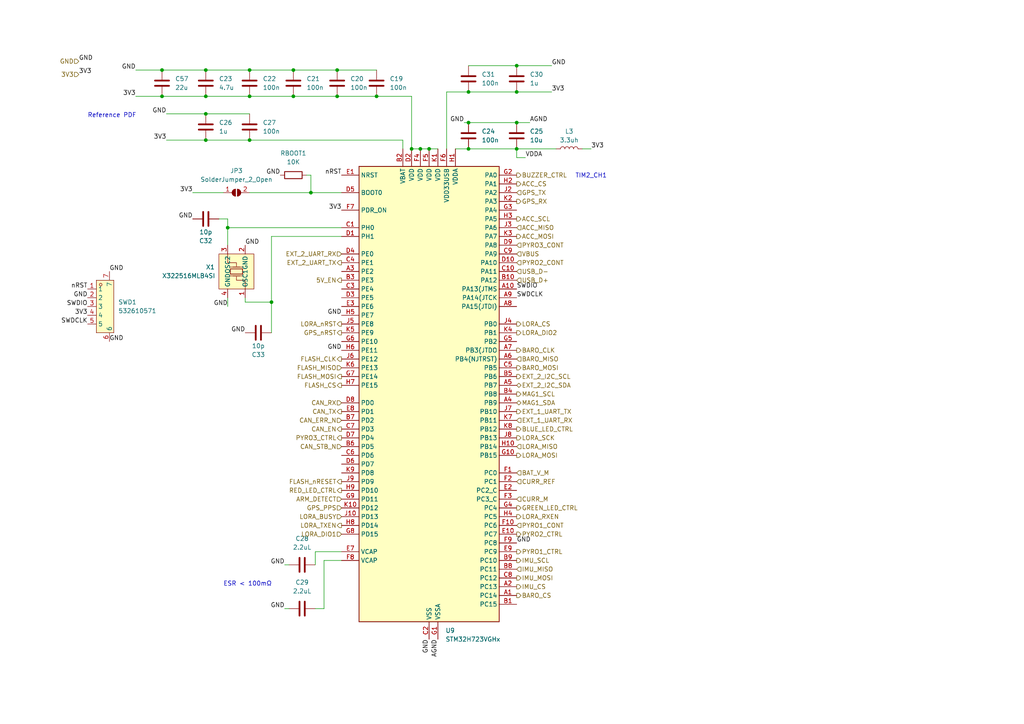
<source format=kicad_sch>
(kicad_sch
	(version 20231120)
	(generator "eeschema")
	(generator_version "8.0")
	(uuid "ea8c5801-81a3-4495-b8e8-52f8d36aebe3")
	(paper "A4")
	(lib_symbols
		(symbol "Device:C"
			(pin_numbers hide)
			(pin_names
				(offset 0.254)
			)
			(exclude_from_sim no)
			(in_bom yes)
			(on_board yes)
			(property "Reference" "C"
				(at 0.635 2.54 0)
				(effects
					(font
						(size 1.27 1.27)
					)
					(justify left)
				)
			)
			(property "Value" "C"
				(at 0.635 -2.54 0)
				(effects
					(font
						(size 1.27 1.27)
					)
					(justify left)
				)
			)
			(property "Footprint" ""
				(at 0.9652 -3.81 0)
				(effects
					(font
						(size 1.27 1.27)
					)
					(hide yes)
				)
			)
			(property "Datasheet" "~"
				(at 0 0 0)
				(effects
					(font
						(size 1.27 1.27)
					)
					(hide yes)
				)
			)
			(property "Description" "Unpolarized capacitor"
				(at 0 0 0)
				(effects
					(font
						(size 1.27 1.27)
					)
					(hide yes)
				)
			)
			(property "ki_keywords" "cap capacitor"
				(at 0 0 0)
				(effects
					(font
						(size 1.27 1.27)
					)
					(hide yes)
				)
			)
			(property "ki_fp_filters" "C_*"
				(at 0 0 0)
				(effects
					(font
						(size 1.27 1.27)
					)
					(hide yes)
				)
			)
			(symbol "C_0_1"
				(polyline
					(pts
						(xy -2.032 -0.762) (xy 2.032 -0.762)
					)
					(stroke
						(width 0.508)
						(type default)
					)
					(fill
						(type none)
					)
				)
				(polyline
					(pts
						(xy -2.032 0.762) (xy 2.032 0.762)
					)
					(stroke
						(width 0.508)
						(type default)
					)
					(fill
						(type none)
					)
				)
			)
			(symbol "C_1_1"
				(pin passive line
					(at 0 3.81 270)
					(length 2.794)
					(name "~"
						(effects
							(font
								(size 1.27 1.27)
							)
						)
					)
					(number "1"
						(effects
							(font
								(size 1.27 1.27)
							)
						)
					)
				)
				(pin passive line
					(at 0 -3.81 90)
					(length 2.794)
					(name "~"
						(effects
							(font
								(size 1.27 1.27)
							)
						)
					)
					(number "2"
						(effects
							(font
								(size 1.27 1.27)
							)
						)
					)
				)
			)
		)
		(symbol "Device:L"
			(pin_numbers hide)
			(pin_names
				(offset 1.016) hide)
			(exclude_from_sim no)
			(in_bom yes)
			(on_board yes)
			(property "Reference" "L"
				(at -1.27 0 90)
				(effects
					(font
						(size 1.27 1.27)
					)
				)
			)
			(property "Value" "L"
				(at 1.905 0 90)
				(effects
					(font
						(size 1.27 1.27)
					)
				)
			)
			(property "Footprint" ""
				(at 0 0 0)
				(effects
					(font
						(size 1.27 1.27)
					)
					(hide yes)
				)
			)
			(property "Datasheet" "~"
				(at 0 0 0)
				(effects
					(font
						(size 1.27 1.27)
					)
					(hide yes)
				)
			)
			(property "Description" "Inductor"
				(at 0 0 0)
				(effects
					(font
						(size 1.27 1.27)
					)
					(hide yes)
				)
			)
			(property "ki_keywords" "inductor choke coil reactor magnetic"
				(at 0 0 0)
				(effects
					(font
						(size 1.27 1.27)
					)
					(hide yes)
				)
			)
			(property "ki_fp_filters" "Choke_* *Coil* Inductor_* L_*"
				(at 0 0 0)
				(effects
					(font
						(size 1.27 1.27)
					)
					(hide yes)
				)
			)
			(symbol "L_0_1"
				(arc
					(start 0 -2.54)
					(mid 0.6323 -1.905)
					(end 0 -1.27)
					(stroke
						(width 0)
						(type default)
					)
					(fill
						(type none)
					)
				)
				(arc
					(start 0 -1.27)
					(mid 0.6323 -0.635)
					(end 0 0)
					(stroke
						(width 0)
						(type default)
					)
					(fill
						(type none)
					)
				)
				(arc
					(start 0 0)
					(mid 0.6323 0.635)
					(end 0 1.27)
					(stroke
						(width 0)
						(type default)
					)
					(fill
						(type none)
					)
				)
				(arc
					(start 0 1.27)
					(mid 0.6323 1.905)
					(end 0 2.54)
					(stroke
						(width 0)
						(type default)
					)
					(fill
						(type none)
					)
				)
			)
			(symbol "L_1_1"
				(pin passive line
					(at 0 3.81 270)
					(length 1.27)
					(name "1"
						(effects
							(font
								(size 1.27 1.27)
							)
						)
					)
					(number "1"
						(effects
							(font
								(size 1.27 1.27)
							)
						)
					)
				)
				(pin passive line
					(at 0 -3.81 90)
					(length 1.27)
					(name "2"
						(effects
							(font
								(size 1.27 1.27)
							)
						)
					)
					(number "2"
						(effects
							(font
								(size 1.27 1.27)
							)
						)
					)
				)
			)
		)
		(symbol "Device:R"
			(pin_numbers hide)
			(pin_names
				(offset 0)
			)
			(exclude_from_sim no)
			(in_bom yes)
			(on_board yes)
			(property "Reference" "R"
				(at 2.032 0 90)
				(effects
					(font
						(size 1.27 1.27)
					)
				)
			)
			(property "Value" "R"
				(at 0 0 90)
				(effects
					(font
						(size 1.27 1.27)
					)
				)
			)
			(property "Footprint" ""
				(at -1.778 0 90)
				(effects
					(font
						(size 1.27 1.27)
					)
					(hide yes)
				)
			)
			(property "Datasheet" "~"
				(at 0 0 0)
				(effects
					(font
						(size 1.27 1.27)
					)
					(hide yes)
				)
			)
			(property "Description" "Resistor"
				(at 0 0 0)
				(effects
					(font
						(size 1.27 1.27)
					)
					(hide yes)
				)
			)
			(property "ki_keywords" "R res resistor"
				(at 0 0 0)
				(effects
					(font
						(size 1.27 1.27)
					)
					(hide yes)
				)
			)
			(property "ki_fp_filters" "R_*"
				(at 0 0 0)
				(effects
					(font
						(size 1.27 1.27)
					)
					(hide yes)
				)
			)
			(symbol "R_0_1"
				(rectangle
					(start -1.016 -2.54)
					(end 1.016 2.54)
					(stroke
						(width 0.254)
						(type default)
					)
					(fill
						(type none)
					)
				)
			)
			(symbol "R_1_1"
				(pin passive line
					(at 0 3.81 270)
					(length 1.27)
					(name "~"
						(effects
							(font
								(size 1.27 1.27)
							)
						)
					)
					(number "1"
						(effects
							(font
								(size 1.27 1.27)
							)
						)
					)
				)
				(pin passive line
					(at 0 -3.81 90)
					(length 1.27)
					(name "~"
						(effects
							(font
								(size 1.27 1.27)
							)
						)
					)
					(number "2"
						(effects
							(font
								(size 1.27 1.27)
							)
						)
					)
				)
			)
		)
		(symbol "Jumper:SolderJumper_2_Open"
			(pin_names
				(offset 0) hide)
			(exclude_from_sim no)
			(in_bom yes)
			(on_board yes)
			(property "Reference" "JP"
				(at 0 2.032 0)
				(effects
					(font
						(size 1.27 1.27)
					)
				)
			)
			(property "Value" "SolderJumper_2_Open"
				(at 0 -2.54 0)
				(effects
					(font
						(size 1.27 1.27)
					)
				)
			)
			(property "Footprint" ""
				(at 0 0 0)
				(effects
					(font
						(size 1.27 1.27)
					)
					(hide yes)
				)
			)
			(property "Datasheet" "~"
				(at 0 0 0)
				(effects
					(font
						(size 1.27 1.27)
					)
					(hide yes)
				)
			)
			(property "Description" "Solder Jumper, 2-pole, open"
				(at 0 0 0)
				(effects
					(font
						(size 1.27 1.27)
					)
					(hide yes)
				)
			)
			(property "ki_keywords" "solder jumper SPST"
				(at 0 0 0)
				(effects
					(font
						(size 1.27 1.27)
					)
					(hide yes)
				)
			)
			(property "ki_fp_filters" "SolderJumper*Open*"
				(at 0 0 0)
				(effects
					(font
						(size 1.27 1.27)
					)
					(hide yes)
				)
			)
			(symbol "SolderJumper_2_Open_0_1"
				(arc
					(start -0.254 1.016)
					(mid -1.2656 0)
					(end -0.254 -1.016)
					(stroke
						(width 0)
						(type default)
					)
					(fill
						(type none)
					)
				)
				(arc
					(start -0.254 1.016)
					(mid -1.2656 0)
					(end -0.254 -1.016)
					(stroke
						(width 0)
						(type default)
					)
					(fill
						(type outline)
					)
				)
				(polyline
					(pts
						(xy -0.254 1.016) (xy -0.254 -1.016)
					)
					(stroke
						(width 0)
						(type default)
					)
					(fill
						(type none)
					)
				)
				(polyline
					(pts
						(xy 0.254 1.016) (xy 0.254 -1.016)
					)
					(stroke
						(width 0)
						(type default)
					)
					(fill
						(type none)
					)
				)
				(arc
					(start 0.254 -1.016)
					(mid 1.2656 0)
					(end 0.254 1.016)
					(stroke
						(width 0)
						(type default)
					)
					(fill
						(type none)
					)
				)
				(arc
					(start 0.254 -1.016)
					(mid 1.2656 0)
					(end 0.254 1.016)
					(stroke
						(width 0)
						(type default)
					)
					(fill
						(type outline)
					)
				)
			)
			(symbol "SolderJumper_2_Open_1_1"
				(pin passive line
					(at -3.81 0 0)
					(length 2.54)
					(name "A"
						(effects
							(font
								(size 1.27 1.27)
							)
						)
					)
					(number "1"
						(effects
							(font
								(size 1.27 1.27)
							)
						)
					)
				)
				(pin passive line
					(at 3.81 0 180)
					(length 2.54)
					(name "B"
						(effects
							(font
								(size 1.27 1.27)
							)
						)
					)
					(number "2"
						(effects
							(font
								(size 1.27 1.27)
							)
						)
					)
				)
			)
		)
		(symbol "MCU_ST_STM32H7:STM32H723VGHx"
			(exclude_from_sim no)
			(in_bom yes)
			(on_board yes)
			(property "Reference" "U"
				(at -20.32 67.31 0)
				(effects
					(font
						(size 1.27 1.27)
					)
					(justify left)
				)
			)
			(property "Value" "STM32H723VGHx"
				(at 10.16 67.31 0)
				(effects
					(font
						(size 1.27 1.27)
					)
					(justify left)
				)
			)
			(property "Footprint" "Package_BGA:TFBGA-100_8x8mm_Layout10x10_P0.8mm"
				(at -20.32 -66.04 0)
				(effects
					(font
						(size 1.27 1.27)
					)
					(justify right)
					(hide yes)
				)
			)
			(property "Datasheet" "https://www.st.com/resource/en/datasheet/stm32h723vg.pdf"
				(at 0 0 0)
				(effects
					(font
						(size 1.27 1.27)
					)
					(hide yes)
				)
			)
			(property "Description" "STMicroelectronics Arm Cortex-M7 MCU, 1024KB flash, 564KB RAM, 550 MHz, 1.62-3.6V, 82 GPIO, TFBGA100"
				(at 0 0 0)
				(effects
					(font
						(size 1.27 1.27)
					)
					(hide yes)
				)
			)
			(property "ki_locked" ""
				(at 0 0 0)
				(effects
					(font
						(size 1.27 1.27)
					)
				)
			)
			(property "ki_keywords" "Arm Cortex-M7 STM32H7 STM32H723/733"
				(at 0 0 0)
				(effects
					(font
						(size 1.27 1.27)
					)
					(hide yes)
				)
			)
			(property "ki_fp_filters" "TFBGA*8x8mm*Layout10x10*P0.8mm*"
				(at 0 0 0)
				(effects
					(font
						(size 1.27 1.27)
					)
					(hide yes)
				)
			)
			(symbol "STM32H723VGHx_0_1"
				(rectangle
					(start -20.32 -66.04)
					(end 20.32 66.04)
					(stroke
						(width 0.254)
						(type default)
					)
					(fill
						(type background)
					)
				)
			)
			(symbol "STM32H723VGHx_1_1"
				(pin bidirectional line
					(at 25.4 -58.42 180)
					(length 5.08)
					(name "PC14"
						(effects
							(font
								(size 1.27 1.27)
							)
						)
					)
					(number "A1"
						(effects
							(font
								(size 1.27 1.27)
							)
						)
					)
					(alternate "RCC_OSC32_IN" bidirectional line)
				)
				(pin bidirectional line
					(at 25.4 30.48 180)
					(length 5.08)
					(name "PA13(JTMS"
						(effects
							(font
								(size 1.27 1.27)
							)
						)
					)
					(number "A10"
						(effects
							(font
								(size 1.27 1.27)
							)
						)
					)
					(alternate "DEBUG_JTMS-SWDIO" bidirectional line)
				)
				(pin bidirectional line
					(at 25.4 -55.88 180)
					(length 5.08)
					(name "PC13"
						(effects
							(font
								(size 1.27 1.27)
							)
						)
					)
					(number "A2"
						(effects
							(font
								(size 1.27 1.27)
							)
						)
					)
					(alternate "PWR_WKUP4" bidirectional line)
					(alternate "RTC_OUT_ALARM" bidirectional line)
					(alternate "RTC_OUT_CALIB" bidirectional line)
					(alternate "RTC_TAMP1" bidirectional line)
					(alternate "RTC_TS" bidirectional line)
				)
				(pin bidirectional line
					(at -25.4 35.56 0)
					(length 5.08)
					(name "PE2"
						(effects
							(font
								(size 1.27 1.27)
							)
						)
					)
					(number "A3"
						(effects
							(font
								(size 1.27 1.27)
							)
						)
					)
					(alternate "DEBUG_TRACECLK" bidirectional line)
					(alternate "ETH_TXD3" bidirectional line)
					(alternate "FMC_A23" bidirectional line)
					(alternate "OCTOSPIM_P1_IO2" bidirectional line)
					(alternate "SAI1_CK1" bidirectional line)
					(alternate "SAI1_MCLK_A" bidirectional line)
					(alternate "SAI4_CK1" bidirectional line)
					(alternate "SAI4_MCLK_A" bidirectional line)
					(alternate "SPI4_SCK" bidirectional line)
					(alternate "USART10_RX" bidirectional line)
				)
				(pin bidirectional line
					(at 25.4 -2.54 180)
					(length 5.08)
					(name "PB9"
						(effects
							(font
								(size 1.27 1.27)
							)
						)
					)
					(number "A4"
						(effects
							(font
								(size 1.27 1.27)
							)
						)
					)
					(alternate "DAC1_EXTI9" bidirectional line)
					(alternate "DCMI_D7" bidirectional line)
					(alternate "DFSDM1_DATIN7" bidirectional line)
					(alternate "FDCAN1_TX" bidirectional line)
					(alternate "I2C1_SDA" bidirectional line)
					(alternate "I2C4_SDA" bidirectional line)
					(alternate "I2C4_SMBA" bidirectional line)
					(alternate "I2S2_WS" bidirectional line)
					(alternate "LTDC_B7" bidirectional line)
					(alternate "PSSI_D7" bidirectional line)
					(alternate "SDMMC1_CDIR" bidirectional line)
					(alternate "SDMMC1_D5" bidirectional line)
					(alternate "SDMMC2_D5" bidirectional line)
					(alternate "SPI2_NSS" bidirectional line)
					(alternate "TIM17_CH1" bidirectional line)
					(alternate "TIM4_CH4" bidirectional line)
					(alternate "UART4_TX" bidirectional line)
				)
				(pin bidirectional line
					(at 25.4 2.54 180)
					(length 5.08)
					(name "PB7"
						(effects
							(font
								(size 1.27 1.27)
							)
						)
					)
					(number "A5"
						(effects
							(font
								(size 1.27 1.27)
							)
						)
					)
					(alternate "DCMI_VSYNC" bidirectional line)
					(alternate "DFSDM1_CKIN5" bidirectional line)
					(alternate "FMC_NL" bidirectional line)
					(alternate "I2C1_SDA" bidirectional line)
					(alternate "I2C4_SDA" bidirectional line)
					(alternate "LPUART1_RX" bidirectional line)
					(alternate "PSSI_RDY" bidirectional line)
					(alternate "PWR_PVD_IN" bidirectional line)
					(alternate "TIM17_CH1N" bidirectional line)
					(alternate "TIM4_CH2" bidirectional line)
					(alternate "USART1_RX" bidirectional line)
				)
				(pin bidirectional line
					(at 25.4 10.16 180)
					(length 5.08)
					(name "PB4(NJTRST)"
						(effects
							(font
								(size 1.27 1.27)
							)
						)
					)
					(number "A6"
						(effects
							(font
								(size 1.27 1.27)
							)
						)
					)
					(alternate "DEBUG_JTRST" bidirectional line)
					(alternate "I2S1_SDI" bidirectional line)
					(alternate "I2S2_WS" bidirectional line)
					(alternate "I2S3_SDI" bidirectional line)
					(alternate "I2S6_SDI" bidirectional line)
					(alternate "SDMMC2_D3" bidirectional line)
					(alternate "SPI1_MISO" bidirectional line)
					(alternate "SPI2_NSS" bidirectional line)
					(alternate "SPI3_MISO" bidirectional line)
					(alternate "SPI6_MISO" bidirectional line)
					(alternate "TIM16_BKIN" bidirectional line)
					(alternate "TIM3_CH1" bidirectional line)
					(alternate "UART7_TX" bidirectional line)
				)
				(pin bidirectional line
					(at 25.4 12.7 180)
					(length 5.08)
					(name "PB3(JTDO"
						(effects
							(font
								(size 1.27 1.27)
							)
						)
					)
					(number "A7"
						(effects
							(font
								(size 1.27 1.27)
							)
						)
					)
					(alternate "CRS_SYNC" bidirectional line)
					(alternate "DEBUG_JTDO-SWO" bidirectional line)
					(alternate "I2S1_CK" bidirectional line)
					(alternate "I2S3_CK" bidirectional line)
					(alternate "I2S6_CK" bidirectional line)
					(alternate "SDMMC2_D2" bidirectional line)
					(alternate "SPI1_SCK" bidirectional line)
					(alternate "SPI3_SCK" bidirectional line)
					(alternate "SPI6_SCK" bidirectional line)
					(alternate "TIM24_ETR" bidirectional line)
					(alternate "TIM2_CH2" bidirectional line)
					(alternate "UART7_RX" bidirectional line)
				)
				(pin bidirectional line
					(at 25.4 25.4 180)
					(length 5.08)
					(name "PA15(JTDI)"
						(effects
							(font
								(size 1.27 1.27)
							)
						)
					)
					(number "A8"
						(effects
							(font
								(size 1.27 1.27)
							)
						)
					)
					(alternate "ADC1_EXTI15" bidirectional line)
					(alternate "ADC2_EXTI15" bidirectional line)
					(alternate "ADC3_EXTI15" bidirectional line)
					(alternate "CEC" bidirectional line)
					(alternate "DEBUG_JTDI" bidirectional line)
					(alternate "I2S1_WS" bidirectional line)
					(alternate "I2S3_WS" bidirectional line)
					(alternate "I2S6_WS" bidirectional line)
					(alternate "LTDC_B6" bidirectional line)
					(alternate "LTDC_R3" bidirectional line)
					(alternate "SPI1_NSS" bidirectional line)
					(alternate "SPI3_NSS" bidirectional line)
					(alternate "SPI6_NSS" bidirectional line)
					(alternate "TIM2_CH1" bidirectional line)
					(alternate "TIM2_ETR" bidirectional line)
					(alternate "UART4_DE" bidirectional line)
					(alternate "UART4_RTS" bidirectional line)
					(alternate "UART7_TX" bidirectional line)
				)
				(pin bidirectional line
					(at 25.4 27.94 180)
					(length 5.08)
					(name "PA14(JTCK"
						(effects
							(font
								(size 1.27 1.27)
							)
						)
					)
					(number "A9"
						(effects
							(font
								(size 1.27 1.27)
							)
						)
					)
					(alternate "DEBUG_JTCK-SWCLK" bidirectional line)
				)
				(pin bidirectional line
					(at 25.4 -60.96 180)
					(length 5.08)
					(name "PC15"
						(effects
							(font
								(size 1.27 1.27)
							)
						)
					)
					(number "B1"
						(effects
							(font
								(size 1.27 1.27)
							)
						)
					)
					(alternate "ADC1_EXTI15" bidirectional line)
					(alternate "ADC2_EXTI15" bidirectional line)
					(alternate "ADC3_EXTI15" bidirectional line)
					(alternate "RCC_OSC32_OUT" bidirectional line)
				)
				(pin bidirectional line
					(at 25.4 33.02 180)
					(length 5.08)
					(name "PA12"
						(effects
							(font
								(size 1.27 1.27)
							)
						)
					)
					(number "B10"
						(effects
							(font
								(size 1.27 1.27)
							)
						)
					)
					(alternate "FDCAN1_TX" bidirectional line)
					(alternate "I2S2_CK" bidirectional line)
					(alternate "LPUART1_DE" bidirectional line)
					(alternate "LPUART1_RTS" bidirectional line)
					(alternate "LTDC_R5" bidirectional line)
					(alternate "SAI4_FS_B" bidirectional line)
					(alternate "SPI2_SCK" bidirectional line)
					(alternate "TIM1_BKIN2" bidirectional line)
					(alternate "TIM1_ETR" bidirectional line)
					(alternate "UART4_TX" bidirectional line)
					(alternate "USART1_DE" bidirectional line)
					(alternate "USART1_RTS" bidirectional line)
					(alternate "USB_OTG_HS_DP" bidirectional line)
				)
				(pin power_in line
					(at -7.62 71.12 270)
					(length 5.08)
					(name "VBAT"
						(effects
							(font
								(size 1.27 1.27)
							)
						)
					)
					(number "B2"
						(effects
							(font
								(size 1.27 1.27)
							)
						)
					)
				)
				(pin bidirectional line
					(at -25.4 33.02 0)
					(length 5.08)
					(name "PE3"
						(effects
							(font
								(size 1.27 1.27)
							)
						)
					)
					(number "B3"
						(effects
							(font
								(size 1.27 1.27)
							)
						)
					)
					(alternate "DEBUG_TRACED0" bidirectional line)
					(alternate "FMC_A19" bidirectional line)
					(alternate "SAI1_SD_B" bidirectional line)
					(alternate "SAI4_SD_B" bidirectional line)
					(alternate "TIM15_BKIN" bidirectional line)
					(alternate "USART10_TX" bidirectional line)
				)
				(pin bidirectional line
					(at 25.4 0 180)
					(length 5.08)
					(name "PB8"
						(effects
							(font
								(size 1.27 1.27)
							)
						)
					)
					(number "B4"
						(effects
							(font
								(size 1.27 1.27)
							)
						)
					)
					(alternate "DCMI_D6" bidirectional line)
					(alternate "DFSDM1_CKIN7" bidirectional line)
					(alternate "ETH_TXD3" bidirectional line)
					(alternate "FDCAN1_RX" bidirectional line)
					(alternate "I2C1_SCL" bidirectional line)
					(alternate "I2C4_SCL" bidirectional line)
					(alternate "LTDC_B6" bidirectional line)
					(alternate "PSSI_D6" bidirectional line)
					(alternate "SDMMC1_CKIN" bidirectional line)
					(alternate "SDMMC1_D4" bidirectional line)
					(alternate "SDMMC2_D4" bidirectional line)
					(alternate "TIM16_CH1" bidirectional line)
					(alternate "TIM4_CH3" bidirectional line)
					(alternate "UART4_RX" bidirectional line)
				)
				(pin bidirectional line
					(at 25.4 5.08 180)
					(length 5.08)
					(name "PB6"
						(effects
							(font
								(size 1.27 1.27)
							)
						)
					)
					(number "B5"
						(effects
							(font
								(size 1.27 1.27)
							)
						)
					)
					(alternate "CEC" bidirectional line)
					(alternate "DCMI_D5" bidirectional line)
					(alternate "DFSDM1_DATIN5" bidirectional line)
					(alternate "FDCAN2_TX" bidirectional line)
					(alternate "FMC_SDNE1" bidirectional line)
					(alternate "I2C1_SCL" bidirectional line)
					(alternate "I2C4_SCL" bidirectional line)
					(alternate "LPUART1_TX" bidirectional line)
					(alternate "OCTOSPIM_P1_NCS" bidirectional line)
					(alternate "PSSI_D5" bidirectional line)
					(alternate "TIM16_CH1N" bidirectional line)
					(alternate "TIM4_CH1" bidirectional line)
					(alternate "UART5_TX" bidirectional line)
					(alternate "USART1_TX" bidirectional line)
				)
				(pin bidirectional line
					(at -25.4 -15.24 0)
					(length 5.08)
					(name "PD5"
						(effects
							(font
								(size 1.27 1.27)
							)
						)
					)
					(number "B6"
						(effects
							(font
								(size 1.27 1.27)
							)
						)
					)
					(alternate "FMC_NWE" bidirectional line)
					(alternate "OCTOSPIM_P1_IO5" bidirectional line)
					(alternate "USART2_TX" bidirectional line)
				)
				(pin bidirectional line
					(at -25.4 -7.62 0)
					(length 5.08)
					(name "PD2"
						(effects
							(font
								(size 1.27 1.27)
							)
						)
					)
					(number "B7"
						(effects
							(font
								(size 1.27 1.27)
							)
						)
					)
					(alternate "DCMI_D11" bidirectional line)
					(alternate "DEBUG_TRACED2" bidirectional line)
					(alternate "FMC_D7" bidirectional line)
					(alternate "FMC_DA7" bidirectional line)
					(alternate "LTDC_B2" bidirectional line)
					(alternate "LTDC_B7" bidirectional line)
					(alternate "PSSI_D11" bidirectional line)
					(alternate "SDMMC1_CMD" bidirectional line)
					(alternate "TIM15_BKIN" bidirectional line)
					(alternate "TIM3_ETR" bidirectional line)
					(alternate "UART5_RX" bidirectional line)
				)
				(pin bidirectional line
					(at 25.4 -50.8 180)
					(length 5.08)
					(name "PC11"
						(effects
							(font
								(size 1.27 1.27)
							)
						)
					)
					(number "B8"
						(effects
							(font
								(size 1.27 1.27)
							)
						)
					)
					(alternate "ADC1_EXTI11" bidirectional line)
					(alternate "ADC2_EXTI11" bidirectional line)
					(alternate "ADC3_EXTI11" bidirectional line)
					(alternate "DCMI_D4" bidirectional line)
					(alternate "DFSDM1_DATIN5" bidirectional line)
					(alternate "I2C5_SCL" bidirectional line)
					(alternate "I2S3_SDI" bidirectional line)
					(alternate "LTDC_B4" bidirectional line)
					(alternate "OCTOSPIM_P1_NCS" bidirectional line)
					(alternate "PSSI_D4" bidirectional line)
					(alternate "SDMMC1_D3" bidirectional line)
					(alternate "SPI3_MISO" bidirectional line)
					(alternate "UART4_RX" bidirectional line)
					(alternate "USART3_RX" bidirectional line)
				)
				(pin bidirectional line
					(at 25.4 -48.26 180)
					(length 5.08)
					(name "PC10"
						(effects
							(font
								(size 1.27 1.27)
							)
						)
					)
					(number "B9"
						(effects
							(font
								(size 1.27 1.27)
							)
						)
					)
					(alternate "DCMI_D8" bidirectional line)
					(alternate "DFSDM1_CKIN5" bidirectional line)
					(alternate "I2C5_SDA" bidirectional line)
					(alternate "I2S3_CK" bidirectional line)
					(alternate "LTDC_B1" bidirectional line)
					(alternate "LTDC_R2" bidirectional line)
					(alternate "OCTOSPIM_P1_IO1" bidirectional line)
					(alternate "PSSI_D8" bidirectional line)
					(alternate "SDMMC1_D2" bidirectional line)
					(alternate "SPI3_SCK" bidirectional line)
					(alternate "SWPMI1_RX" bidirectional line)
					(alternate "UART4_TX" bidirectional line)
					(alternate "USART3_TX" bidirectional line)
				)
				(pin bidirectional line
					(at -25.4 48.26 0)
					(length 5.08)
					(name "PH0"
						(effects
							(font
								(size 1.27 1.27)
							)
						)
					)
					(number "C1"
						(effects
							(font
								(size 1.27 1.27)
							)
						)
					)
					(alternate "RCC_OSC_IN" bidirectional line)
				)
				(pin bidirectional line
					(at 25.4 35.56 180)
					(length 5.08)
					(name "PA11"
						(effects
							(font
								(size 1.27 1.27)
							)
						)
					)
					(number "C10"
						(effects
							(font
								(size 1.27 1.27)
							)
						)
					)
					(alternate "ADC1_EXTI11" bidirectional line)
					(alternate "ADC2_EXTI11" bidirectional line)
					(alternate "ADC3_EXTI11" bidirectional line)
					(alternate "FDCAN1_RX" bidirectional line)
					(alternate "I2S2_WS" bidirectional line)
					(alternate "LPUART1_CTS" bidirectional line)
					(alternate "LTDC_R4" bidirectional line)
					(alternate "SPI2_NSS" bidirectional line)
					(alternate "TIM1_CH4" bidirectional line)
					(alternate "UART4_RX" bidirectional line)
					(alternate "USART1_CTS" bidirectional line)
					(alternate "USART1_NSS" bidirectional line)
					(alternate "USB_OTG_HS_DM" bidirectional line)
				)
				(pin power_in line
					(at 0 -71.12 90)
					(length 5.08)
					(name "VSS"
						(effects
							(font
								(size 1.27 1.27)
							)
						)
					)
					(number "C2"
						(effects
							(font
								(size 1.27 1.27)
							)
						)
					)
				)
				(pin bidirectional line
					(at -25.4 30.48 0)
					(length 5.08)
					(name "PE4"
						(effects
							(font
								(size 1.27 1.27)
							)
						)
					)
					(number "C3"
						(effects
							(font
								(size 1.27 1.27)
							)
						)
					)
					(alternate "DCMI_D4" bidirectional line)
					(alternate "DEBUG_TRACED1" bidirectional line)
					(alternate "DFSDM1_DATIN3" bidirectional line)
					(alternate "FMC_A20" bidirectional line)
					(alternate "LTDC_B0" bidirectional line)
					(alternate "PSSI_D4" bidirectional line)
					(alternate "SAI1_D2" bidirectional line)
					(alternate "SAI1_FS_A" bidirectional line)
					(alternate "SAI4_D2" bidirectional line)
					(alternate "SAI4_FS_A" bidirectional line)
					(alternate "SPI4_NSS" bidirectional line)
					(alternate "TIM15_CH1N" bidirectional line)
				)
				(pin bidirectional line
					(at -25.4 38.1 0)
					(length 5.08)
					(name "PE1"
						(effects
							(font
								(size 1.27 1.27)
							)
						)
					)
					(number "C4"
						(effects
							(font
								(size 1.27 1.27)
							)
						)
					)
					(alternate "DCMI_D3" bidirectional line)
					(alternate "FMC_NBL1" bidirectional line)
					(alternate "LPTIM1_IN2" bidirectional line)
					(alternate "LTDC_R6" bidirectional line)
					(alternate "PSSI_D3" bidirectional line)
					(alternate "UART8_TX" bidirectional line)
				)
				(pin bidirectional line
					(at 25.4 7.62 180)
					(length 5.08)
					(name "PB5"
						(effects
							(font
								(size 1.27 1.27)
							)
						)
					)
					(number "C5"
						(effects
							(font
								(size 1.27 1.27)
							)
						)
					)
					(alternate "DCMI_D10" bidirectional line)
					(alternate "ETH_PPS_OUT" bidirectional line)
					(alternate "FDCAN2_RX" bidirectional line)
					(alternate "FMC_SDCKE1" bidirectional line)
					(alternate "I2C1_SMBA" bidirectional line)
					(alternate "I2C4_SMBA" bidirectional line)
					(alternate "I2S1_SDO" bidirectional line)
					(alternate "I2S3_SDO" bidirectional line)
					(alternate "I2S6_SDO" bidirectional line)
					(alternate "LTDC_B5" bidirectional line)
					(alternate "PSSI_D10" bidirectional line)
					(alternate "SPI1_MOSI" bidirectional line)
					(alternate "SPI3_MOSI" bidirectional line)
					(alternate "SPI6_MOSI" bidirectional line)
					(alternate "TIM17_BKIN" bidirectional line)
					(alternate "TIM3_CH2" bidirectional line)
					(alternate "UART5_RX" bidirectional line)
					(alternate "USB_OTG_HS_ULPI_D7" bidirectional line)
				)
				(pin bidirectional line
					(at -25.4 -17.78 0)
					(length 5.08)
					(name "PD6"
						(effects
							(font
								(size 1.27 1.27)
							)
						)
					)
					(number "C6"
						(effects
							(font
								(size 1.27 1.27)
							)
						)
					)
					(alternate "DCMI_D10" bidirectional line)
					(alternate "DFSDM1_CKIN4" bidirectional line)
					(alternate "DFSDM1_DATIN1" bidirectional line)
					(alternate "FMC_NWAIT" bidirectional line)
					(alternate "I2S3_SDO" bidirectional line)
					(alternate "LTDC_B2" bidirectional line)
					(alternate "OCTOSPIM_P1_IO6" bidirectional line)
					(alternate "PSSI_D10" bidirectional line)
					(alternate "SAI1_D1" bidirectional line)
					(alternate "SAI1_SD_A" bidirectional line)
					(alternate "SAI4_D1" bidirectional line)
					(alternate "SAI4_SD_A" bidirectional line)
					(alternate "SDMMC2_CK" bidirectional line)
					(alternate "SPI3_MOSI" bidirectional line)
					(alternate "USART2_RX" bidirectional line)
				)
				(pin bidirectional line
					(at -25.4 -10.16 0)
					(length 5.08)
					(name "PD3"
						(effects
							(font
								(size 1.27 1.27)
							)
						)
					)
					(number "C7"
						(effects
							(font
								(size 1.27 1.27)
							)
						)
					)
					(alternate "DCMI_D5" bidirectional line)
					(alternate "DFSDM1_CKOUT" bidirectional line)
					(alternate "FMC_CLK" bidirectional line)
					(alternate "I2S2_CK" bidirectional line)
					(alternate "LTDC_G7" bidirectional line)
					(alternate "PSSI_D5" bidirectional line)
					(alternate "SPI2_SCK" bidirectional line)
					(alternate "USART2_CTS" bidirectional line)
					(alternate "USART2_NSS" bidirectional line)
				)
				(pin bidirectional line
					(at 25.4 -53.34 180)
					(length 5.08)
					(name "PC12"
						(effects
							(font
								(size 1.27 1.27)
							)
						)
					)
					(number "C8"
						(effects
							(font
								(size 1.27 1.27)
							)
						)
					)
					(alternate "DCMI_D9" bidirectional line)
					(alternate "DEBUG_TRACED3" bidirectional line)
					(alternate "FMC_D6" bidirectional line)
					(alternate "FMC_DA6" bidirectional line)
					(alternate "I2C5_SMBA" bidirectional line)
					(alternate "I2S3_SDO" bidirectional line)
					(alternate "I2S6_CK" bidirectional line)
					(alternate "LTDC_R6" bidirectional line)
					(alternate "PSSI_D9" bidirectional line)
					(alternate "SDMMC1_CK" bidirectional line)
					(alternate "SPI3_MOSI" bidirectional line)
					(alternate "SPI6_SCK" bidirectional line)
					(alternate "TIM15_CH1" bidirectional line)
					(alternate "UART5_TX" bidirectional line)
					(alternate "USART3_CK" bidirectional line)
				)
				(pin bidirectional line
					(at 25.4 40.64 180)
					(length 5.08)
					(name "PA9"
						(effects
							(font
								(size 1.27 1.27)
							)
						)
					)
					(number "C9"
						(effects
							(font
								(size 1.27 1.27)
							)
						)
					)
					(alternate "DAC1_EXTI9" bidirectional line)
					(alternate "DCMI_D0" bidirectional line)
					(alternate "ETH_TX_ER" bidirectional line)
					(alternate "I2C3_SMBA" bidirectional line)
					(alternate "I2C5_SMBA" bidirectional line)
					(alternate "I2S2_CK" bidirectional line)
					(alternate "LPUART1_TX" bidirectional line)
					(alternate "LTDC_R5" bidirectional line)
					(alternate "PSSI_D0" bidirectional line)
					(alternate "SPI2_SCK" bidirectional line)
					(alternate "TIM1_CH2" bidirectional line)
					(alternate "USART1_TX" bidirectional line)
					(alternate "USB_OTG_HS_VBUS" bidirectional line)
				)
				(pin bidirectional line
					(at -25.4 45.72 0)
					(length 5.08)
					(name "PH1"
						(effects
							(font
								(size 1.27 1.27)
							)
						)
					)
					(number "D1"
						(effects
							(font
								(size 1.27 1.27)
							)
						)
					)
					(alternate "RCC_OSC_OUT" bidirectional line)
				)
				(pin bidirectional line
					(at 25.4 38.1 180)
					(length 5.08)
					(name "PA10"
						(effects
							(font
								(size 1.27 1.27)
							)
						)
					)
					(number "D10"
						(effects
							(font
								(size 1.27 1.27)
							)
						)
					)
					(alternate "DCMI_D1" bidirectional line)
					(alternate "LPUART1_RX" bidirectional line)
					(alternate "LTDC_B1" bidirectional line)
					(alternate "LTDC_B4" bidirectional line)
					(alternate "MDIOS_MDIO" bidirectional line)
					(alternate "PSSI_D1" bidirectional line)
					(alternate "TIM1_CH3" bidirectional line)
					(alternate "USART1_RX" bidirectional line)
					(alternate "USB_OTG_HS_ID" bidirectional line)
				)
				(pin power_in line
					(at -5.08 71.12 270)
					(length 5.08)
					(name "VDD"
						(effects
							(font
								(size 1.27 1.27)
							)
						)
					)
					(number "D2"
						(effects
							(font
								(size 1.27 1.27)
							)
						)
					)
				)
				(pin bidirectional line
					(at -25.4 27.94 0)
					(length 5.08)
					(name "PE5"
						(effects
							(font
								(size 1.27 1.27)
							)
						)
					)
					(number "D3"
						(effects
							(font
								(size 1.27 1.27)
							)
						)
					)
					(alternate "DCMI_D6" bidirectional line)
					(alternate "DEBUG_TRACED2" bidirectional line)
					(alternate "DFSDM1_CKIN3" bidirectional line)
					(alternate "FMC_A21" bidirectional line)
					(alternate "LTDC_G0" bidirectional line)
					(alternate "PSSI_D6" bidirectional line)
					(alternate "SAI1_CK2" bidirectional line)
					(alternate "SAI1_SCK_A" bidirectional line)
					(alternate "SAI4_CK2" bidirectional line)
					(alternate "SAI4_SCK_A" bidirectional line)
					(alternate "SPI4_MISO" bidirectional line)
					(alternate "TIM15_CH1" bidirectional line)
				)
				(pin bidirectional line
					(at -25.4 40.64 0)
					(length 5.08)
					(name "PE0"
						(effects
							(font
								(size 1.27 1.27)
							)
						)
					)
					(number "D4"
						(effects
							(font
								(size 1.27 1.27)
							)
						)
					)
					(alternate "DCMI_D2" bidirectional line)
					(alternate "FMC_NBL0" bidirectional line)
					(alternate "LPTIM1_ETR" bidirectional line)
					(alternate "LPTIM2_ETR" bidirectional line)
					(alternate "LTDC_R0" bidirectional line)
					(alternate "PSSI_D2" bidirectional line)
					(alternate "SAI4_MCLK_A" bidirectional line)
					(alternate "TIM4_ETR" bidirectional line)
					(alternate "UART8_RX" bidirectional line)
				)
				(pin input line
					(at -25.4 58.42 0)
					(length 5.08)
					(name "BOOT0"
						(effects
							(font
								(size 1.27 1.27)
							)
						)
					)
					(number "D5"
						(effects
							(font
								(size 1.27 1.27)
							)
						)
					)
				)
				(pin bidirectional line
					(at -25.4 -20.32 0)
					(length 5.08)
					(name "PD7"
						(effects
							(font
								(size 1.27 1.27)
							)
						)
					)
					(number "D6"
						(effects
							(font
								(size 1.27 1.27)
							)
						)
					)
					(alternate "DFSDM1_CKIN1" bidirectional line)
					(alternate "DFSDM1_DATIN4" bidirectional line)
					(alternate "FMC_NE1" bidirectional line)
					(alternate "I2S1_SDO" bidirectional line)
					(alternate "OCTOSPIM_P1_IO7" bidirectional line)
					(alternate "SDMMC2_CMD" bidirectional line)
					(alternate "SPDIFRX1_IN0" bidirectional line)
					(alternate "SPI1_MOSI" bidirectional line)
					(alternate "USART2_CK" bidirectional line)
				)
				(pin bidirectional line
					(at -25.4 -12.7 0)
					(length 5.08)
					(name "PD4"
						(effects
							(font
								(size 1.27 1.27)
							)
						)
					)
					(number "D7"
						(effects
							(font
								(size 1.27 1.27)
							)
						)
					)
					(alternate "FMC_NOE" bidirectional line)
					(alternate "OCTOSPIM_P1_IO4" bidirectional line)
					(alternate "USART2_DE" bidirectional line)
					(alternate "USART2_RTS" bidirectional line)
				)
				(pin bidirectional line
					(at -25.4 -2.54 0)
					(length 5.08)
					(name "PD0"
						(effects
							(font
								(size 1.27 1.27)
							)
						)
					)
					(number "D8"
						(effects
							(font
								(size 1.27 1.27)
							)
						)
					)
					(alternate "DFSDM1_CKIN6" bidirectional line)
					(alternate "FDCAN1_RX" bidirectional line)
					(alternate "FMC_D2" bidirectional line)
					(alternate "FMC_DA2" bidirectional line)
					(alternate "LTDC_B1" bidirectional line)
					(alternate "UART4_RX" bidirectional line)
					(alternate "UART9_CTS" bidirectional line)
				)
				(pin bidirectional line
					(at 25.4 43.18 180)
					(length 5.08)
					(name "PA8"
						(effects
							(font
								(size 1.27 1.27)
							)
						)
					)
					(number "D9"
						(effects
							(font
								(size 1.27 1.27)
							)
						)
					)
					(alternate "I2C3_SCL" bidirectional line)
					(alternate "I2C5_SCL" bidirectional line)
					(alternate "LTDC_B3" bidirectional line)
					(alternate "LTDC_R6" bidirectional line)
					(alternate "RCC_MCO_1" bidirectional line)
					(alternate "TIM1_CH1" bidirectional line)
					(alternate "TIM8_BKIN2" bidirectional line)
					(alternate "TIM8_BKIN2_COMP1" bidirectional line)
					(alternate "TIM8_BKIN2_COMP2" bidirectional line)
					(alternate "UART7_RX" bidirectional line)
					(alternate "USART1_CK" bidirectional line)
					(alternate "USB_OTG_HS_SOF" bidirectional line)
				)
				(pin input line
					(at -25.4 63.5 0)
					(length 5.08)
					(name "NRST"
						(effects
							(font
								(size 1.27 1.27)
							)
						)
					)
					(number "E1"
						(effects
							(font
								(size 1.27 1.27)
							)
						)
					)
				)
				(pin bidirectional line
					(at 25.4 -40.64 180)
					(length 5.08)
					(name "PC7"
						(effects
							(font
								(size 1.27 1.27)
							)
						)
					)
					(number "E10"
						(effects
							(font
								(size 1.27 1.27)
							)
						)
					)
					(alternate "DCMI_D1" bidirectional line)
					(alternate "DEBUG_TRGIO" bidirectional line)
					(alternate "DFSDM1_DATIN3" bidirectional line)
					(alternate "FMC_NE1" bidirectional line)
					(alternate "I2S3_MCK" bidirectional line)
					(alternate "LTDC_G6" bidirectional line)
					(alternate "PSSI_D1" bidirectional line)
					(alternate "SDMMC1_D123DIR" bidirectional line)
					(alternate "SDMMC1_D7" bidirectional line)
					(alternate "SDMMC2_D7" bidirectional line)
					(alternate "SWPMI1_TX" bidirectional line)
					(alternate "TIM3_CH2" bidirectional line)
					(alternate "TIM8_CH2" bidirectional line)
					(alternate "USART6_RX" bidirectional line)
				)
				(pin bidirectional line
					(at 25.4 -27.94 180)
					(length 5.08)
					(name "PC2_C"
						(effects
							(font
								(size 1.27 1.27)
							)
						)
					)
					(number "E2"
						(effects
							(font
								(size 1.27 1.27)
							)
						)
					)
					(alternate "ADC3_INN1" bidirectional line)
					(alternate "ADC3_INP0" bidirectional line)
					(alternate "DFSDM1_CKIN1" bidirectional line)
					(alternate "DFSDM1_CKOUT" bidirectional line)
					(alternate "ETH_TXD2" bidirectional line)
					(alternate "FMC_SDNE0" bidirectional line)
					(alternate "I2S2_SDI" bidirectional line)
					(alternate "OCTOSPIM_P1_IO2" bidirectional line)
					(alternate "OCTOSPIM_P1_IO5" bidirectional line)
					(alternate "PWR_CSTOP" bidirectional line)
					(alternate "SPI2_MISO" bidirectional line)
					(alternate "USB_OTG_HS_ULPI_DIR" bidirectional line)
				)
				(pin bidirectional line
					(at -25.4 25.4 0)
					(length 5.08)
					(name "PE6"
						(effects
							(font
								(size 1.27 1.27)
							)
						)
					)
					(number "E3"
						(effects
							(font
								(size 1.27 1.27)
							)
						)
					)
					(alternate "DCMI_D7" bidirectional line)
					(alternate "DEBUG_TRACED3" bidirectional line)
					(alternate "FMC_A22" bidirectional line)
					(alternate "LTDC_G1" bidirectional line)
					(alternate "PSSI_D7" bidirectional line)
					(alternate "SAI1_D1" bidirectional line)
					(alternate "SAI1_SD_A" bidirectional line)
					(alternate "SAI4_D1" bidirectional line)
					(alternate "SAI4_MCLK_B" bidirectional line)
					(alternate "SAI4_SD_A" bidirectional line)
					(alternate "SPI4_MOSI" bidirectional line)
					(alternate "TIM15_CH2" bidirectional line)
					(alternate "TIM1_BKIN2" bidirectional line)
					(alternate "TIM1_BKIN2_COMP1" bidirectional line)
					(alternate "TIM1_BKIN2_COMP2" bidirectional line)
				)
				(pin passive line
					(at 0 -71.12 90)
					(length 5.08) hide
					(name "VSS"
						(effects
							(font
								(size 1.27 1.27)
							)
						)
					)
					(number "E4"
						(effects
							(font
								(size 1.27 1.27)
							)
						)
					)
				)
				(pin passive line
					(at 0 -71.12 90)
					(length 5.08) hide
					(name "VSS"
						(effects
							(font
								(size 1.27 1.27)
							)
						)
					)
					(number "E5"
						(effects
							(font
								(size 1.27 1.27)
							)
						)
					)
				)
				(pin passive line
					(at 0 -71.12 90)
					(length 5.08) hide
					(name "VSS"
						(effects
							(font
								(size 1.27 1.27)
							)
						)
					)
					(number "E6"
						(effects
							(font
								(size 1.27 1.27)
							)
						)
					)
				)
				(pin power_out line
					(at -25.4 -45.72 0)
					(length 5.08)
					(name "VCAP"
						(effects
							(font
								(size 1.27 1.27)
							)
						)
					)
					(number "E7"
						(effects
							(font
								(size 1.27 1.27)
							)
						)
					)
				)
				(pin bidirectional line
					(at -25.4 -5.08 0)
					(length 5.08)
					(name "PD1"
						(effects
							(font
								(size 1.27 1.27)
							)
						)
					)
					(number "E8"
						(effects
							(font
								(size 1.27 1.27)
							)
						)
					)
					(alternate "DFSDM1_DATIN6" bidirectional line)
					(alternate "FDCAN1_TX" bidirectional line)
					(alternate "FMC_D3" bidirectional line)
					(alternate "FMC_DA3" bidirectional line)
					(alternate "UART4_TX" bidirectional line)
				)
				(pin bidirectional line
					(at 25.4 -45.72 180)
					(length 5.08)
					(name "PC9"
						(effects
							(font
								(size 1.27 1.27)
							)
						)
					)
					(number "E9"
						(effects
							(font
								(size 1.27 1.27)
							)
						)
					)
					(alternate "DAC1_EXTI9" bidirectional line)
					(alternate "DCMI_D3" bidirectional line)
					(alternate "I2C3_SDA" bidirectional line)
					(alternate "I2C5_SDA" bidirectional line)
					(alternate "I2S_CKIN" bidirectional line)
					(alternate "LTDC_B2" bidirectional line)
					(alternate "LTDC_G3" bidirectional line)
					(alternate "OCTOSPIM_P1_IO0" bidirectional line)
					(alternate "PSSI_D3" bidirectional line)
					(alternate "RCC_MCO_2" bidirectional line)
					(alternate "SDMMC1_D1" bidirectional line)
					(alternate "SWPMI1_SUSPEND" bidirectional line)
					(alternate "TIM3_CH4" bidirectional line)
					(alternate "TIM8_CH4" bidirectional line)
					(alternate "UART5_CTS" bidirectional line)
				)
				(pin bidirectional line
					(at 25.4 -22.86 180)
					(length 5.08)
					(name "PC0"
						(effects
							(font
								(size 1.27 1.27)
							)
						)
					)
					(number "F1"
						(effects
							(font
								(size 1.27 1.27)
							)
						)
					)
					(alternate "ADC1_INP10" bidirectional line)
					(alternate "ADC2_INP10" bidirectional line)
					(alternate "ADC3_INP10" bidirectional line)
					(alternate "DFSDM1_CKIN0" bidirectional line)
					(alternate "DFSDM1_DATIN4" bidirectional line)
					(alternate "FMC_A25" bidirectional line)
					(alternate "FMC_D12" bidirectional line)
					(alternate "FMC_DA12" bidirectional line)
					(alternate "FMC_SDNWE" bidirectional line)
					(alternate "LTDC_G2" bidirectional line)
					(alternate "LTDC_R5" bidirectional line)
					(alternate "SAI4_FS_B" bidirectional line)
					(alternate "USB_OTG_HS_ULPI_STP" bidirectional line)
				)
				(pin bidirectional line
					(at 25.4 -38.1 180)
					(length 5.08)
					(name "PC6"
						(effects
							(font
								(size 1.27 1.27)
							)
						)
					)
					(number "F10"
						(effects
							(font
								(size 1.27 1.27)
							)
						)
					)
					(alternate "DCMI_D0" bidirectional line)
					(alternate "DFSDM1_CKIN3" bidirectional line)
					(alternate "FMC_NWAIT" bidirectional line)
					(alternate "I2S2_MCK" bidirectional line)
					(alternate "LTDC_HSYNC" bidirectional line)
					(alternate "PSSI_D0" bidirectional line)
					(alternate "SDMMC1_D0DIR" bidirectional line)
					(alternate "SDMMC1_D6" bidirectional line)
					(alternate "SDMMC2_D6" bidirectional line)
					(alternate "SWPMI1_IO" bidirectional line)
					(alternate "TIM3_CH1" bidirectional line)
					(alternate "TIM8_CH1" bidirectional line)
					(alternate "USART6_TX" bidirectional line)
				)
				(pin bidirectional line
					(at 25.4 -25.4 180)
					(length 5.08)
					(name "PC1"
						(effects
							(font
								(size 1.27 1.27)
							)
						)
					)
					(number "F2"
						(effects
							(font
								(size 1.27 1.27)
							)
						)
					)
					(alternate "ADC1_INN10" bidirectional line)
					(alternate "ADC1_INP11" bidirectional line)
					(alternate "ADC2_INN10" bidirectional line)
					(alternate "ADC2_INP11" bidirectional line)
					(alternate "ADC3_INN10" bidirectional line)
					(alternate "ADC3_INP11" bidirectional line)
					(alternate "DEBUG_TRACED0" bidirectional line)
					(alternate "DFSDM1_CKIN4" bidirectional line)
					(alternate "DFSDM1_DATIN0" bidirectional line)
					(alternate "ETH_MDC" bidirectional line)
					(alternate "I2S2_SDO" bidirectional line)
					(alternate "LTDC_G5" bidirectional line)
					(alternate "MDIOS_MDC" bidirectional line)
					(alternate "OCTOSPIM_P1_IO4" bidirectional line)
					(alternate "PWR_WKUP6" bidirectional line)
					(alternate "RTC_TAMP3" bidirectional line)
					(alternate "SAI1_D1" bidirectional line)
					(alternate "SAI1_SD_A" bidirectional line)
					(alternate "SAI4_D1" bidirectional line)
					(alternate "SAI4_SD_A" bidirectional line)
					(alternate "SDMMC2_CK" bidirectional line)
					(alternate "SPI2_MOSI" bidirectional line)
				)
				(pin bidirectional line
					(at 25.4 -30.48 180)
					(length 5.08)
					(name "PC3_C"
						(effects
							(font
								(size 1.27 1.27)
							)
						)
					)
					(number "F3"
						(effects
							(font
								(size 1.27 1.27)
							)
						)
					)
					(alternate "ADC3_INP1" bidirectional line)
					(alternate "DFSDM1_DATIN1" bidirectional line)
					(alternate "ETH_TX_CLK" bidirectional line)
					(alternate "FMC_SDCKE0" bidirectional line)
					(alternate "I2S2_SDO" bidirectional line)
					(alternate "OCTOSPIM_P1_IO0" bidirectional line)
					(alternate "OCTOSPIM_P1_IO6" bidirectional line)
					(alternate "PWR_CSLEEP" bidirectional line)
					(alternate "SPI2_MOSI" bidirectional line)
					(alternate "USB_OTG_HS_ULPI_NXT" bidirectional line)
				)
				(pin power_in line
					(at -2.54 71.12 270)
					(length 5.08)
					(name "VDD"
						(effects
							(font
								(size 1.27 1.27)
							)
						)
					)
					(number "F4"
						(effects
							(font
								(size 1.27 1.27)
							)
						)
					)
				)
				(pin power_in line
					(at 0 71.12 270)
					(length 5.08)
					(name "VDD"
						(effects
							(font
								(size 1.27 1.27)
							)
						)
					)
					(number "F5"
						(effects
							(font
								(size 1.27 1.27)
							)
						)
					)
				)
				(pin power_in line
					(at 5.08 71.12 270)
					(length 5.08)
					(name "VDD33USB"
						(effects
							(font
								(size 1.27 1.27)
							)
						)
					)
					(number "F6"
						(effects
							(font
								(size 1.27 1.27)
							)
						)
					)
				)
				(pin input line
					(at -25.4 53.34 0)
					(length 5.08)
					(name "PDR_ON"
						(effects
							(font
								(size 1.27 1.27)
							)
						)
					)
					(number "F7"
						(effects
							(font
								(size 1.27 1.27)
							)
						)
					)
				)
				(pin power_out line
					(at -25.4 -48.26 0)
					(length 5.08)
					(name "VCAP"
						(effects
							(font
								(size 1.27 1.27)
							)
						)
					)
					(number "F8"
						(effects
							(font
								(size 1.27 1.27)
							)
						)
					)
				)
				(pin bidirectional line
					(at 25.4 -43.18 180)
					(length 5.08)
					(name "PC8"
						(effects
							(font
								(size 1.27 1.27)
							)
						)
					)
					(number "F9"
						(effects
							(font
								(size 1.27 1.27)
							)
						)
					)
					(alternate "DCMI_D2" bidirectional line)
					(alternate "DEBUG_TRACED1" bidirectional line)
					(alternate "FMC_INT" bidirectional line)
					(alternate "FMC_NCE" bidirectional line)
					(alternate "FMC_NE2" bidirectional line)
					(alternate "PSSI_D2" bidirectional line)
					(alternate "SDMMC1_D0" bidirectional line)
					(alternate "SWPMI1_RX" bidirectional line)
					(alternate "TIM3_CH3" bidirectional line)
					(alternate "TIM8_CH3" bidirectional line)
					(alternate "UART5_DE" bidirectional line)
					(alternate "UART5_RTS" bidirectional line)
					(alternate "USART6_CK" bidirectional line)
				)
				(pin power_in line
					(at 2.54 -71.12 90)
					(length 5.08)
					(name "VSSA"
						(effects
							(font
								(size 1.27 1.27)
							)
						)
					)
					(number "G1"
						(effects
							(font
								(size 1.27 1.27)
							)
						)
					)
				)
				(pin bidirectional line
					(at 25.4 -17.78 180)
					(length 5.08)
					(name "PB15"
						(effects
							(font
								(size 1.27 1.27)
							)
						)
					)
					(number "G10"
						(effects
							(font
								(size 1.27 1.27)
							)
						)
					)
					(alternate "ADC1_EXTI15" bidirectional line)
					(alternate "ADC2_EXTI15" bidirectional line)
					(alternate "ADC3_EXTI15" bidirectional line)
					(alternate "DFSDM1_CKIN2" bidirectional line)
					(alternate "FMC_D11" bidirectional line)
					(alternate "FMC_DA11" bidirectional line)
					(alternate "I2S2_SDO" bidirectional line)
					(alternate "LTDC_G7" bidirectional line)
					(alternate "RTC_REFIN" bidirectional line)
					(alternate "SDMMC2_D1" bidirectional line)
					(alternate "SPI2_MOSI" bidirectional line)
					(alternate "TIM12_CH2" bidirectional line)
					(alternate "TIM1_CH3N" bidirectional line)
					(alternate "TIM8_CH3N" bidirectional line)
					(alternate "UART4_CTS" bidirectional line)
					(alternate "USART1_RX" bidirectional line)
				)
				(pin bidirectional line
					(at 25.4 63.5 180)
					(length 5.08)
					(name "PA0"
						(effects
							(font
								(size 1.27 1.27)
							)
						)
					)
					(number "G2"
						(effects
							(font
								(size 1.27 1.27)
							)
						)
					)
					(alternate "ADC1_INP16" bidirectional line)
					(alternate "ETH_CRS" bidirectional line)
					(alternate "FMC_A19" bidirectional line)
					(alternate "I2S6_WS" bidirectional line)
					(alternate "PWR_WKUP1" bidirectional line)
					(alternate "SAI4_SD_B" bidirectional line)
					(alternate "SDMMC2_CMD" bidirectional line)
					(alternate "SPI6_NSS" bidirectional line)
					(alternate "TIM15_BKIN" bidirectional line)
					(alternate "TIM2_CH1" bidirectional line)
					(alternate "TIM2_ETR" bidirectional line)
					(alternate "TIM5_CH1" bidirectional line)
					(alternate "TIM8_ETR" bidirectional line)
					(alternate "UART4_TX" bidirectional line)
					(alternate "USART2_CTS" bidirectional line)
					(alternate "USART2_NSS" bidirectional line)
				)
				(pin bidirectional line
					(at 25.4 53.34 180)
					(length 5.08)
					(name "PA4"
						(effects
							(font
								(size 1.27 1.27)
							)
						)
					)
					(number "G3"
						(effects
							(font
								(size 1.27 1.27)
							)
						)
					)
					(alternate "ADC1_INP18" bidirectional line)
					(alternate "ADC2_INP18" bidirectional line)
					(alternate "DAC1_OUT1" bidirectional line)
					(alternate "DCMI_HSYNC" bidirectional line)
					(alternate "FMC_D8" bidirectional line)
					(alternate "FMC_DA8" bidirectional line)
					(alternate "I2S1_WS" bidirectional line)
					(alternate "I2S3_WS" bidirectional line)
					(alternate "I2S6_WS" bidirectional line)
					(alternate "LTDC_VSYNC" bidirectional line)
					(alternate "PSSI_DE" bidirectional line)
					(alternate "SPI1_NSS" bidirectional line)
					(alternate "SPI3_NSS" bidirectional line)
					(alternate "SPI6_NSS" bidirectional line)
					(alternate "TIM5_ETR" bidirectional line)
					(alternate "USART2_CK" bidirectional line)
				)
				(pin bidirectional line
					(at 25.4 -33.02 180)
					(length 5.08)
					(name "PC4"
						(effects
							(font
								(size 1.27 1.27)
							)
						)
					)
					(number "G4"
						(effects
							(font
								(size 1.27 1.27)
							)
						)
					)
					(alternate "ADC1_INP4" bidirectional line)
					(alternate "ADC2_INP4" bidirectional line)
					(alternate "COMP1_INM" bidirectional line)
					(alternate "DFSDM1_CKIN2" bidirectional line)
					(alternate "ETH_RXD0" bidirectional line)
					(alternate "FMC_A22" bidirectional line)
					(alternate "FMC_SDNE0" bidirectional line)
					(alternate "I2S1_MCK" bidirectional line)
					(alternate "LTDC_R7" bidirectional line)
					(alternate "OPAMP1_VOUT" bidirectional line)
					(alternate "SDMMC2_CKIN" bidirectional line)
					(alternate "SPDIFRX1_IN2" bidirectional line)
				)
				(pin bidirectional line
					(at 25.4 15.24 180)
					(length 5.08)
					(name "PB2"
						(effects
							(font
								(size 1.27 1.27)
							)
						)
					)
					(number "G5"
						(effects
							(font
								(size 1.27 1.27)
							)
						)
					)
					(alternate "COMP1_INP" bidirectional line)
					(alternate "DFSDM1_CKIN1" bidirectional line)
					(alternate "ETH_TX_ER" bidirectional line)
					(alternate "I2S3_SDO" bidirectional line)
					(alternate "OCTOSPIM_P1_CLK" bidirectional line)
					(alternate "OCTOSPIM_P1_DQS" bidirectional line)
					(alternate "RTC_OUT_ALARM" bidirectional line)
					(alternate "RTC_OUT_CALIB" bidirectional line)
					(alternate "SAI1_D1" bidirectional line)
					(alternate "SAI1_SD_A" bidirectional line)
					(alternate "SAI4_D1" bidirectional line)
					(alternate "SAI4_SD_A" bidirectional line)
					(alternate "SPI3_MOSI" bidirectional line)
					(alternate "TIM23_ETR" bidirectional line)
				)
				(pin bidirectional line
					(at -25.4 15.24 0)
					(length 5.08)
					(name "PE10"
						(effects
							(font
								(size 1.27 1.27)
							)
						)
					)
					(number "G6"
						(effects
							(font
								(size 1.27 1.27)
							)
						)
					)
					(alternate "COMP2_INM" bidirectional line)
					(alternate "DFSDM1_DATIN4" bidirectional line)
					(alternate "FMC_D7" bidirectional line)
					(alternate "FMC_DA7" bidirectional line)
					(alternate "OCTOSPIM_P1_IO7" bidirectional line)
					(alternate "TIM1_CH2N" bidirectional line)
					(alternate "UART7_CTS" bidirectional line)
				)
				(pin bidirectional line
					(at -25.4 5.08 0)
					(length 5.08)
					(name "PE14"
						(effects
							(font
								(size 1.27 1.27)
							)
						)
					)
					(number "G7"
						(effects
							(font
								(size 1.27 1.27)
							)
						)
					)
					(alternate "FMC_D11" bidirectional line)
					(alternate "FMC_DA11" bidirectional line)
					(alternate "LTDC_CLK" bidirectional line)
					(alternate "SAI4_MCLK_B" bidirectional line)
					(alternate "SPI4_MOSI" bidirectional line)
					(alternate "TIM1_CH4" bidirectional line)
				)
				(pin bidirectional line
					(at -25.4 -40.64 0)
					(length 5.08)
					(name "PD15"
						(effects
							(font
								(size 1.27 1.27)
							)
						)
					)
					(number "G8"
						(effects
							(font
								(size 1.27 1.27)
							)
						)
					)
					(alternate "ADC1_EXTI15" bidirectional line)
					(alternate "ADC2_EXTI15" bidirectional line)
					(alternate "ADC3_EXTI15" bidirectional line)
					(alternate "FMC_D1" bidirectional line)
					(alternate "FMC_DA1" bidirectional line)
					(alternate "TIM4_CH4" bidirectional line)
					(alternate "UART8_DE" bidirectional line)
					(alternate "UART8_RTS" bidirectional line)
					(alternate "UART9_TX" bidirectional line)
				)
				(pin bidirectional line
					(at -25.4 -30.48 0)
					(length 5.08)
					(name "PD11"
						(effects
							(font
								(size 1.27 1.27)
							)
						)
					)
					(number "G9"
						(effects
							(font
								(size 1.27 1.27)
							)
						)
					)
					(alternate "ADC1_EXTI11" bidirectional line)
					(alternate "ADC2_EXTI11" bidirectional line)
					(alternate "ADC3_EXTI11" bidirectional line)
					(alternate "FMC_A16" bidirectional line)
					(alternate "FMC_CLE" bidirectional line)
					(alternate "I2C4_SMBA" bidirectional line)
					(alternate "LPTIM2_IN2" bidirectional line)
					(alternate "OCTOSPIM_P1_IO0" bidirectional line)
					(alternate "SAI4_SD_A" bidirectional line)
					(alternate "USART3_CTS" bidirectional line)
					(alternate "USART3_NSS" bidirectional line)
				)
				(pin power_in line
					(at 7.62 71.12 270)
					(length 5.08)
					(name "VDDA"
						(effects
							(font
								(size 1.27 1.27)
							)
						)
					)
					(number "H1"
						(effects
							(font
								(size 1.27 1.27)
							)
						)
					)
				)
				(pin bidirectional line
					(at 25.4 -15.24 180)
					(length 5.08)
					(name "PB14"
						(effects
							(font
								(size 1.27 1.27)
							)
						)
					)
					(number "H10"
						(effects
							(font
								(size 1.27 1.27)
							)
						)
					)
					(alternate "DFSDM1_DATIN2" bidirectional line)
					(alternate "FMC_D10" bidirectional line)
					(alternate "FMC_DA10" bidirectional line)
					(alternate "I2S2_SDI" bidirectional line)
					(alternate "LTDC_CLK" bidirectional line)
					(alternate "SDMMC2_D0" bidirectional line)
					(alternate "SPI2_MISO" bidirectional line)
					(alternate "TIM12_CH1" bidirectional line)
					(alternate "TIM1_CH2N" bidirectional line)
					(alternate "TIM8_CH2N" bidirectional line)
					(alternate "UART4_DE" bidirectional line)
					(alternate "UART4_RTS" bidirectional line)
					(alternate "USART1_TX" bidirectional line)
					(alternate "USART3_DE" bidirectional line)
					(alternate "USART3_RTS" bidirectional line)
				)
				(pin bidirectional line
					(at 25.4 60.96 180)
					(length 5.08)
					(name "PA1"
						(effects
							(font
								(size 1.27 1.27)
							)
						)
					)
					(number "H2"
						(effects
							(font
								(size 1.27 1.27)
							)
						)
					)
					(alternate "ADC1_INN16" bidirectional line)
					(alternate "ADC1_INP17" bidirectional line)
					(alternate "ETH_REF_CLK" bidirectional line)
					(alternate "ETH_RX_CLK" bidirectional line)
					(alternate "LPTIM3_OUT" bidirectional line)
					(alternate "LTDC_R2" bidirectional line)
					(alternate "OCTOSPIM_P1_DQS" bidirectional line)
					(alternate "OCTOSPIM_P1_IO3" bidirectional line)
					(alternate "SAI4_MCLK_B" bidirectional line)
					(alternate "TIM15_CH1N" bidirectional line)
					(alternate "TIM2_CH2" bidirectional line)
					(alternate "TIM5_CH2" bidirectional line)
					(alternate "UART4_RX" bidirectional line)
					(alternate "USART2_DE" bidirectional line)
					(alternate "USART2_RTS" bidirectional line)
				)
				(pin bidirectional line
					(at 25.4 50.8 180)
					(length 5.08)
					(name "PA5"
						(effects
							(font
								(size 1.27 1.27)
							)
						)
					)
					(number "H3"
						(effects
							(font
								(size 1.27 1.27)
							)
						)
					)
					(alternate "ADC1_INN18" bidirectional line)
					(alternate "ADC1_INP19" bidirectional line)
					(alternate "ADC2_INN18" bidirectional line)
					(alternate "ADC2_INP19" bidirectional line)
					(alternate "DAC1_OUT2" bidirectional line)
					(alternate "FMC_D9" bidirectional line)
					(alternate "FMC_DA9" bidirectional line)
					(alternate "I2S1_CK" bidirectional line)
					(alternate "I2S6_CK" bidirectional line)
					(alternate "LTDC_R4" bidirectional line)
					(alternate "PSSI_D14" bidirectional line)
					(alternate "PWR_NDSTOP2" bidirectional line)
					(alternate "SPI1_SCK" bidirectional line)
					(alternate "SPI6_SCK" bidirectional line)
					(alternate "TIM2_CH1" bidirectional line)
					(alternate "TIM2_ETR" bidirectional line)
					(alternate "TIM8_CH1N" bidirectional line)
					(alternate "USB_OTG_HS_ULPI_CK" bidirectional line)
				)
				(pin bidirectional line
					(at 25.4 -35.56 180)
					(length 5.08)
					(name "PC5"
						(effects
							(font
								(size 1.27 1.27)
							)
						)
					)
					(number "H4"
						(effects
							(font
								(size 1.27 1.27)
							)
						)
					)
					(alternate "ADC1_INN4" bidirectional line)
					(alternate "ADC1_INP8" bidirectional line)
					(alternate "ADC2_INN4" bidirectional line)
					(alternate "ADC2_INP8" bidirectional line)
					(alternate "COMP1_OUT" bidirectional line)
					(alternate "DFSDM1_DATIN2" bidirectional line)
					(alternate "ETH_RXD1" bidirectional line)
					(alternate "FMC_SDCKE0" bidirectional line)
					(alternate "LTDC_DE" bidirectional line)
					(alternate "OCTOSPIM_P1_DQS" bidirectional line)
					(alternate "OPAMP1_VINM" bidirectional line)
					(alternate "PSSI_D15" bidirectional line)
					(alternate "SAI1_D3" bidirectional line)
					(alternate "SAI4_D3" bidirectional line)
					(alternate "SPDIFRX1_IN3" bidirectional line)
				)
				(pin bidirectional line
					(at -25.4 22.86 0)
					(length 5.08)
					(name "PE7"
						(effects
							(font
								(size 1.27 1.27)
							)
						)
					)
					(number "H5"
						(effects
							(font
								(size 1.27 1.27)
							)
						)
					)
					(alternate "COMP2_INM" bidirectional line)
					(alternate "DFSDM1_DATIN2" bidirectional line)
					(alternate "FMC_D4" bidirectional line)
					(alternate "FMC_DA4" bidirectional line)
					(alternate "OCTOSPIM_P1_IO4" bidirectional line)
					(alternate "OPAMP2_VOUT" bidirectional line)
					(alternate "TIM1_ETR" bidirectional line)
					(alternate "UART7_RX" bidirectional line)
				)
				(pin bidirectional line
					(at -25.4 12.7 0)
					(length 5.08)
					(name "PE11"
						(effects
							(font
								(size 1.27 1.27)
							)
						)
					)
					(number "H6"
						(effects
							(font
								(size 1.27 1.27)
							)
						)
					)
					(alternate "ADC1_EXTI11" bidirectional line)
					(alternate "ADC2_EXTI11" bidirectional line)
					(alternate "ADC3_EXTI11" bidirectional line)
					(alternate "COMP2_INP" bidirectional line)
					(alternate "DFSDM1_CKIN4" bidirectional line)
					(alternate "FMC_D8" bidirectional line)
					(alternate "FMC_DA8" bidirectional line)
					(alternate "LTDC_G3" bidirectional line)
					(alternate "OCTOSPIM_P1_NCS" bidirectional line)
					(alternate "SAI4_SD_B" bidirectional line)
					(alternate "SPI4_NSS" bidirectional line)
					(alternate "TIM1_CH2" bidirectional line)
				)
				(pin bidirectional line
					(at -25.4 2.54 0)
					(length 5.08)
					(name "PE15"
						(effects
							(font
								(size 1.27 1.27)
							)
						)
					)
					(number "H7"
						(effects
							(font
								(size 1.27 1.27)
							)
						)
					)
					(alternate "ADC1_EXTI15" bidirectional line)
					(alternate "ADC2_EXTI15" bidirectional line)
					(alternate "ADC3_EXTI15" bidirectional line)
					(alternate "FMC_D12" bidirectional line)
					(alternate "FMC_DA12" bidirectional line)
					(alternate "LTDC_R7" bidirectional line)
					(alternate "TIM1_BKIN" bidirectional line)
					(alternate "TIM1_BKIN_COMP1" bidirectional line)
					(alternate "TIM1_BKIN_COMP2" bidirectional line)
					(alternate "USART10_CK" bidirectional line)
				)
				(pin bidirectional line
					(at -25.4 -38.1 0)
					(length 5.08)
					(name "PD14"
						(effects
							(font
								(size 1.27 1.27)
							)
						)
					)
					(number "H8"
						(effects
							(font
								(size 1.27 1.27)
							)
						)
					)
					(alternate "FMC_D0" bidirectional line)
					(alternate "FMC_DA0" bidirectional line)
					(alternate "TIM4_CH3" bidirectional line)
					(alternate "UART8_CTS" bidirectional line)
					(alternate "UART9_RX" bidirectional line)
				)
				(pin bidirectional line
					(at -25.4 -27.94 0)
					(length 5.08)
					(name "PD10"
						(effects
							(font
								(size 1.27 1.27)
							)
						)
					)
					(number "H9"
						(effects
							(font
								(size 1.27 1.27)
							)
						)
					)
					(alternate "DFSDM1_CKOUT" bidirectional line)
					(alternate "FMC_D15" bidirectional line)
					(alternate "FMC_DA15" bidirectional line)
					(alternate "LTDC_B3" bidirectional line)
					(alternate "USART3_CK" bidirectional line)
				)
				(pin passive line
					(at 0 -71.12 90)
					(length 5.08) hide
					(name "VSS"
						(effects
							(font
								(size 1.27 1.27)
							)
						)
					)
					(number "J1"
						(effects
							(font
								(size 1.27 1.27)
							)
						)
					)
				)
				(pin bidirectional line
					(at -25.4 -35.56 0)
					(length 5.08)
					(name "PD13"
						(effects
							(font
								(size 1.27 1.27)
							)
						)
					)
					(number "J10"
						(effects
							(font
								(size 1.27 1.27)
							)
						)
					)
					(alternate "DCMI_D13" bidirectional line)
					(alternate "FDCAN3_TX" bidirectional line)
					(alternate "FMC_A18" bidirectional line)
					(alternate "I2C4_SDA" bidirectional line)
					(alternate "LPTIM1_OUT" bidirectional line)
					(alternate "OCTOSPIM_P1_IO3" bidirectional line)
					(alternate "PSSI_D13" bidirectional line)
					(alternate "SAI4_SCK_A" bidirectional line)
					(alternate "TIM4_CH2" bidirectional line)
					(alternate "UART9_DE" bidirectional line)
					(alternate "UART9_RTS" bidirectional line)
				)
				(pin bidirectional line
					(at 25.4 58.42 180)
					(length 5.08)
					(name "PA2"
						(effects
							(font
								(size 1.27 1.27)
							)
						)
					)
					(number "J2"
						(effects
							(font
								(size 1.27 1.27)
							)
						)
					)
					(alternate "ADC1_INP14" bidirectional line)
					(alternate "ADC2_INP14" bidirectional line)
					(alternate "ETH_MDIO" bidirectional line)
					(alternate "LPTIM4_OUT" bidirectional line)
					(alternate "LTDC_R1" bidirectional line)
					(alternate "MDIOS_MDIO" bidirectional line)
					(alternate "OCTOSPIM_P1_IO0" bidirectional line)
					(alternate "PWR_WKUP2" bidirectional line)
					(alternate "SAI4_SCK_B" bidirectional line)
					(alternate "TIM15_CH1" bidirectional line)
					(alternate "TIM2_CH3" bidirectional line)
					(alternate "TIM5_CH3" bidirectional line)
					(alternate "USART2_TX" bidirectional line)
				)
				(pin bidirectional line
					(at 25.4 48.26 180)
					(length 5.08)
					(name "PA6"
						(effects
							(font
								(size 1.27 1.27)
							)
						)
					)
					(number "J3"
						(effects
							(font
								(size 1.27 1.27)
							)
						)
					)
					(alternate "ADC1_INP3" bidirectional line)
					(alternate "ADC2_INP3" bidirectional line)
					(alternate "DCMI_PIXCLK" bidirectional line)
					(alternate "I2S1_SDI" bidirectional line)
					(alternate "I2S6_SDI" bidirectional line)
					(alternate "LTDC_G2" bidirectional line)
					(alternate "MDIOS_MDC" bidirectional line)
					(alternate "OCTOSPIM_P1_IO3" bidirectional line)
					(alternate "PSSI_PDCK" bidirectional line)
					(alternate "SPI1_MISO" bidirectional line)
					(alternate "SPI6_MISO" bidirectional line)
					(alternate "TIM13_CH1" bidirectional line)
					(alternate "TIM1_BKIN" bidirectional line)
					(alternate "TIM1_BKIN_COMP1" bidirectional line)
					(alternate "TIM1_BKIN_COMP2" bidirectional line)
					(alternate "TIM3_CH1" bidirectional line)
					(alternate "TIM8_BKIN" bidirectional line)
					(alternate "TIM8_BKIN_COMP1" bidirectional line)
					(alternate "TIM8_BKIN_COMP2" bidirectional line)
				)
				(pin bidirectional line
					(at 25.4 20.32 180)
					(length 5.08)
					(name "PB0"
						(effects
							(font
								(size 1.27 1.27)
							)
						)
					)
					(number "J4"
						(effects
							(font
								(size 1.27 1.27)
							)
						)
					)
					(alternate "ADC1_INN5" bidirectional line)
					(alternate "ADC1_INP9" bidirectional line)
					(alternate "ADC2_INN5" bidirectional line)
					(alternate "ADC2_INP9" bidirectional line)
					(alternate "COMP1_INP" bidirectional line)
					(alternate "DFSDM1_CKOUT" bidirectional line)
					(alternate "ETH_RXD2" bidirectional line)
					(alternate "LTDC_G1" bidirectional line)
					(alternate "LTDC_R3" bidirectional line)
					(alternate "OCTOSPIM_P1_IO1" bidirectional line)
					(alternate "OPAMP1_VINP" bidirectional line)
					(alternate "TIM1_CH2N" bidirectional line)
					(alternate "TIM3_CH3" bidirectional line)
					(alternate "TIM8_CH2N" bidirectional line)
					(alternate "UART4_CTS" bidirectional line)
					(alternate "USB_OTG_HS_ULPI_D1" bidirectional line)
				)
				(pin bidirectional line
					(at -25.4 20.32 0)
					(length 5.08)
					(name "PE8"
						(effects
							(font
								(size 1.27 1.27)
							)
						)
					)
					(number "J5"
						(effects
							(font
								(size 1.27 1.27)
							)
						)
					)
					(alternate "COMP2_OUT" bidirectional line)
					(alternate "DFSDM1_CKIN2" bidirectional line)
					(alternate "FMC_D5" bidirectional line)
					(alternate "FMC_DA5" bidirectional line)
					(alternate "OCTOSPIM_P1_IO5" bidirectional line)
					(alternate "OPAMP2_VINM" bidirectional line)
					(alternate "TIM1_CH1N" bidirectional line)
					(alternate "UART7_TX" bidirectional line)
				)
				(pin bidirectional line
					(at -25.4 10.16 0)
					(length 5.08)
					(name "PE12"
						(effects
							(font
								(size 1.27 1.27)
							)
						)
					)
					(number "J6"
						(effects
							(font
								(size 1.27 1.27)
							)
						)
					)
					(alternate "COMP1_OUT" bidirectional line)
					(alternate "DFSDM1_DATIN5" bidirectional line)
					(alternate "FMC_D9" bidirectional line)
					(alternate "FMC_DA9" bidirectional line)
					(alternate "LTDC_B4" bidirectional line)
					(alternate "SAI4_SCK_B" bidirectional line)
					(alternate "SPI4_SCK" bidirectional line)
					(alternate "TIM1_CH3N" bidirectional line)
				)
				(pin bidirectional line
					(at 25.4 -5.08 180)
					(length 5.08)
					(name "PB10"
						(effects
							(font
								(size 1.27 1.27)
							)
						)
					)
					(number "J7"
						(effects
							(font
								(size 1.27 1.27)
							)
						)
					)
					(alternate "DFSDM1_DATIN7" bidirectional line)
					(alternate "ETH_RX_ER" bidirectional line)
					(alternate "I2C2_SCL" bidirectional line)
					(alternate "I2S2_CK" bidirectional line)
					(alternate "LPTIM2_IN1" bidirectional line)
					(alternate "LTDC_G4" bidirectional line)
					(alternate "OCTOSPIM_P1_NCS" bidirectional line)
					(alternate "SPI2_SCK" bidirectional line)
					(alternate "TIM2_CH3" bidirectional line)
					(alternate "USART3_TX" bidirectional line)
					(alternate "USB_OTG_HS_ULPI_D3" bidirectional line)
				)
				(pin bidirectional line
					(at 25.4 -12.7 180)
					(length 5.08)
					(name "PB13"
						(effects
							(font
								(size 1.27 1.27)
							)
						)
					)
					(number "J8"
						(effects
							(font
								(size 1.27 1.27)
							)
						)
					)
					(alternate "DCMI_D2" bidirectional line)
					(alternate "DFSDM1_CKIN1" bidirectional line)
					(alternate "ETH_TXD1" bidirectional line)
					(alternate "FDCAN2_TX" bidirectional line)
					(alternate "I2S2_CK" bidirectional line)
					(alternate "LPTIM2_OUT" bidirectional line)
					(alternate "OCTOSPIM_P1_IO2" bidirectional line)
					(alternate "PSSI_D2" bidirectional line)
					(alternate "SDMMC1_D0" bidirectional line)
					(alternate "SPI2_SCK" bidirectional line)
					(alternate "TIM1_CH1N" bidirectional line)
					(alternate "UART5_TX" bidirectional line)
					(alternate "USART3_CTS" bidirectional line)
					(alternate "USART3_NSS" bidirectional line)
					(alternate "USB_OTG_HS_ULPI_D6" bidirectional line)
				)
				(pin bidirectional line
					(at -25.4 -25.4 0)
					(length 5.08)
					(name "PD9"
						(effects
							(font
								(size 1.27 1.27)
							)
						)
					)
					(number "J9"
						(effects
							(font
								(size 1.27 1.27)
							)
						)
					)
					(alternate "DAC1_EXTI9" bidirectional line)
					(alternate "DFSDM1_DATIN3" bidirectional line)
					(alternate "FMC_D14" bidirectional line)
					(alternate "FMC_DA14" bidirectional line)
					(alternate "USART3_RX" bidirectional line)
				)
				(pin power_in line
					(at 2.54 71.12 270)
					(length 5.08)
					(name "VDD"
						(effects
							(font
								(size 1.27 1.27)
							)
						)
					)
					(number "K1"
						(effects
							(font
								(size 1.27 1.27)
							)
						)
					)
				)
				(pin bidirectional line
					(at -25.4 -33.02 0)
					(length 5.08)
					(name "PD12"
						(effects
							(font
								(size 1.27 1.27)
							)
						)
					)
					(number "K10"
						(effects
							(font
								(size 1.27 1.27)
							)
						)
					)
					(alternate "DCMI_D12" bidirectional line)
					(alternate "FDCAN3_RX" bidirectional line)
					(alternate "FMC_A17" bidirectional line)
					(alternate "FMC_ALE" bidirectional line)
					(alternate "I2C4_SCL" bidirectional line)
					(alternate "LPTIM1_IN1" bidirectional line)
					(alternate "LPTIM2_IN1" bidirectional line)
					(alternate "OCTOSPIM_P1_IO1" bidirectional line)
					(alternate "PSSI_D12" bidirectional line)
					(alternate "SAI4_FS_A" bidirectional line)
					(alternate "TIM4_CH1" bidirectional line)
					(alternate "USART3_DE" bidirectional line)
					(alternate "USART3_RTS" bidirectional line)
				)
				(pin bidirectional line
					(at 25.4 55.88 180)
					(length 5.08)
					(name "PA3"
						(effects
							(font
								(size 1.27 1.27)
							)
						)
					)
					(number "K2"
						(effects
							(font
								(size 1.27 1.27)
							)
						)
					)
					(alternate "ADC1_INP15" bidirectional line)
					(alternate "ADC2_INP15" bidirectional line)
					(alternate "ETH_COL" bidirectional line)
					(alternate "I2S6_MCK" bidirectional line)
					(alternate "LPTIM5_OUT" bidirectional line)
					(alternate "LTDC_B2" bidirectional line)
					(alternate "LTDC_B5" bidirectional line)
					(alternate "OCTOSPIM_P1_CLK" bidirectional line)
					(alternate "OCTOSPIM_P1_IO2" bidirectional line)
					(alternate "TIM15_CH2" bidirectional line)
					(alternate "TIM2_CH4" bidirectional line)
					(alternate "TIM5_CH4" bidirectional line)
					(alternate "USART2_RX" bidirectional line)
					(alternate "USB_OTG_HS_ULPI_D0" bidirectional line)
				)
				(pin bidirectional line
					(at 25.4 45.72 180)
					(length 5.08)
					(name "PA7"
						(effects
							(font
								(size 1.27 1.27)
							)
						)
					)
					(number "K3"
						(effects
							(font
								(size 1.27 1.27)
							)
						)
					)
					(alternate "ADC1_INN3" bidirectional line)
					(alternate "ADC1_INP7" bidirectional line)
					(alternate "ADC2_INN3" bidirectional line)
					(alternate "ADC2_INP7" bidirectional line)
					(alternate "ETH_CRS_DV" bidirectional line)
					(alternate "ETH_RX_DV" bidirectional line)
					(alternate "FMC_SDNWE" bidirectional line)
					(alternate "I2S1_SDO" bidirectional line)
					(alternate "I2S6_SDO" bidirectional line)
					(alternate "LTDC_VSYNC" bidirectional line)
					(alternate "OCTOSPIM_P1_IO2" bidirectional line)
					(alternate "OPAMP1_VINM" bidirectional line)
					(alternate "SPI1_MOSI" bidirectional line)
					(alternate "SPI6_MOSI" bidirectional line)
					(alternate "TIM14_CH1" bidirectional line)
					(alternate "TIM1_CH1N" bidirectional line)
					(alternate "TIM3_CH2" bidirectional line)
					(alternate "TIM8_CH1N" bidirectional line)
				)
				(pin bidirectional line
					(at 25.4 17.78 180)
					(length 5.08)
					(name "PB1"
						(effects
							(font
								(size 1.27 1.27)
							)
						)
					)
					(number "K4"
						(effects
							(font
								(size 1.27 1.27)
							)
						)
					)
					(alternate "ADC1_INP5" bidirectional line)
					(alternate "ADC2_INP5" bidirectional line)
					(alternate "COMP1_INM" bidirectional line)
					(alternate "DFSDM1_DATIN1" bidirectional line)
					(alternate "ETH_RXD3" bidirectional line)
					(alternate "LTDC_G0" bidirectional line)
					(alternate "LTDC_R6" bidirectional line)
					(alternate "OCTOSPIM_P1_IO0" bidirectional line)
					(alternate "TIM1_CH3N" bidirectional line)
					(alternate "TIM3_CH4" bidirectional line)
					(alternate "TIM8_CH3N" bidirectional line)
					(alternate "USB_OTG_HS_ULPI_D2" bidirectional line)
				)
				(pin bidirectional line
					(at -25.4 17.78 0)
					(length 5.08)
					(name "PE9"
						(effects
							(font
								(size 1.27 1.27)
							)
						)
					)
					(number "K5"
						(effects
							(font
								(size 1.27 1.27)
							)
						)
					)
					(alternate "COMP2_INP" bidirectional line)
					(alternate "DAC1_EXTI9" bidirectional line)
					(alternate "DFSDM1_CKOUT" bidirectional line)
					(alternate "FMC_D6" bidirectional line)
					(alternate "FMC_DA6" bidirectional line)
					(alternate "OCTOSPIM_P1_IO6" bidirectional line)
					(alternate "OPAMP2_VINP" bidirectional line)
					(alternate "TIM1_CH1" bidirectional line)
					(alternate "UART7_DE" bidirectional line)
					(alternate "UART7_RTS" bidirectional line)
				)
				(pin bidirectional line
					(at -25.4 7.62 0)
					(length 5.08)
					(name "PE13"
						(effects
							(font
								(size 1.27 1.27)
							)
						)
					)
					(number "K6"
						(effects
							(font
								(size 1.27 1.27)
							)
						)
					)
					(alternate "COMP2_OUT" bidirectional line)
					(alternate "DFSDM1_CKIN5" bidirectional line)
					(alternate "FMC_D10" bidirectional line)
					(alternate "FMC_DA10" bidirectional line)
					(alternate "LTDC_DE" bidirectional line)
					(alternate "SAI4_FS_B" bidirectional line)
					(alternate "SPI4_MISO" bidirectional line)
					(alternate "TIM1_CH3" bidirectional line)
				)
				(pin bidirectional line
					(at 25.4 -7.62 180)
					(length 5.08)
					(name "PB11"
						(effects
							(font
								(size 1.27 1.27)
							)
						)
					)
					(number "K7"
						(effects
							(font
								(size 1.27 1.27)
							)
						)
					)
					(alternate "ADC1_EXTI11" bidirectional line)
					(alternate "ADC2_EXTI11" bidirectional line)
					(alternate "ADC3_EXTI11" bidirectional line)
					(alternate "DFSDM1_CKIN7" bidirectional line)
					(alternate "ETH_TX_EN" bidirectional line)
					(alternate "I2C2_SDA" bidirectional line)
					(alternate "LPTIM2_ETR" bidirectional line)
					(alternate "LTDC_G5" bidirectional line)
					(alternate "TIM2_CH4" bidirectional line)
					(alternate "USART3_RX" bidirectional line)
					(alternate "USB_OTG_HS_ULPI_D4" bidirectional line)
				)
				(pin bidirectional line
					(at 25.4 -10.16 180)
					(length 5.08)
					(name "PB12"
						(effects
							(font
								(size 1.27 1.27)
							)
						)
					)
					(number "K8"
						(effects
							(font
								(size 1.27 1.27)
							)
						)
					)
					(alternate "DFSDM1_DATIN1" bidirectional line)
					(alternate "ETH_TXD0" bidirectional line)
					(alternate "FDCAN2_RX" bidirectional line)
					(alternate "I2C2_SMBA" bidirectional line)
					(alternate "I2S2_WS" bidirectional line)
					(alternate "OCTOSPIM_P1_IO0" bidirectional line)
					(alternate "OCTOSPIM_P1_NCLK" bidirectional line)
					(alternate "SPI2_NSS" bidirectional line)
					(alternate "TIM1_BKIN" bidirectional line)
					(alternate "TIM1_BKIN_COMP1" bidirectional line)
					(alternate "TIM1_BKIN_COMP2" bidirectional line)
					(alternate "UART5_RX" bidirectional line)
					(alternate "USART3_CK" bidirectional line)
					(alternate "USB_OTG_HS_ULPI_D5" bidirectional line)
				)
				(pin bidirectional line
					(at -25.4 -22.86 0)
					(length 5.08)
					(name "PD8"
						(effects
							(font
								(size 1.27 1.27)
							)
						)
					)
					(number "K9"
						(effects
							(font
								(size 1.27 1.27)
							)
						)
					)
					(alternate "DFSDM1_CKIN3" bidirectional line)
					(alternate "FMC_D13" bidirectional line)
					(alternate "FMC_DA13" bidirectional line)
					(alternate "SPDIFRX1_IN1" bidirectional line)
					(alternate "USART3_TX" bidirectional line)
				)
			)
		)
		(symbol "Rocketry:532610571"
			(exclude_from_sim no)
			(in_bom yes)
			(on_board yes)
			(property "Reference" "CN"
				(at 0 15.24 0)
				(effects
					(font
						(size 1.27 1.27)
					)
				)
			)
			(property "Value" "532610571"
				(at 0 -15.24 0)
				(effects
					(font
						(size 1.27 1.27)
					)
				)
			)
			(property "Footprint" "Rocketry:CONN-SMD_5P-P1.25_532610571-2"
				(at 0 -17.78 0)
				(effects
					(font
						(size 1.27 1.27)
					)
					(hide yes)
				)
			)
			(property "Datasheet" "https://lcsc.com/product-detail/Wire-To-Board-Wire-To-Wire-Connector_MOLEX-532610571_C392176.html"
				(at 0 -20.32 0)
				(effects
					(font
						(size 1.27 1.27)
					)
					(hide yes)
				)
			)
			(property "Description" ""
				(at 0 0 0)
				(effects
					(font
						(size 1.27 1.27)
					)
					(hide yes)
				)
			)
			(property "LCSC Part" "C392176"
				(at 0 -22.86 0)
				(effects
					(font
						(size 1.27 1.27)
					)
					(hide yes)
				)
			)
			(symbol "532610571_0_1"
				(rectangle
					(start -1.27 7.62)
					(end 3.81 -7.62)
					(stroke
						(width 0)
						(type default)
					)
					(fill
						(type background)
					)
				)
				(circle
					(center 0 6.35)
					(radius 0.38)
					(stroke
						(width 0)
						(type default)
					)
					(fill
						(type none)
					)
				)
				(pin unspecified line
					(at -3.81 5.08 0)
					(length 2.54)
					(name "1"
						(effects
							(font
								(size 1.27 1.27)
							)
						)
					)
					(number "1"
						(effects
							(font
								(size 1.27 1.27)
							)
						)
					)
				)
				(pin unspecified line
					(at -3.81 2.54 0)
					(length 2.54)
					(name "2"
						(effects
							(font
								(size 1.27 1.27)
							)
						)
					)
					(number "2"
						(effects
							(font
								(size 1.27 1.27)
							)
						)
					)
				)
				(pin unspecified line
					(at -3.81 0 0)
					(length 2.54)
					(name "3"
						(effects
							(font
								(size 1.27 1.27)
							)
						)
					)
					(number "3"
						(effects
							(font
								(size 1.27 1.27)
							)
						)
					)
				)
				(pin unspecified line
					(at -3.81 -2.54 0)
					(length 2.54)
					(name "4"
						(effects
							(font
								(size 1.27 1.27)
							)
						)
					)
					(number "4"
						(effects
							(font
								(size 1.27 1.27)
							)
						)
					)
				)
				(pin unspecified line
					(at -3.81 -5.08 0)
					(length 2.54)
					(name "5"
						(effects
							(font
								(size 1.27 1.27)
							)
						)
					)
					(number "5"
						(effects
							(font
								(size 1.27 1.27)
							)
						)
					)
				)
				(pin unspecified line
					(at 2.54 -10.16 90)
					(length 2.54)
					(name "6"
						(effects
							(font
								(size 1.27 1.27)
							)
						)
					)
					(number "6"
						(effects
							(font
								(size 1.27 1.27)
							)
						)
					)
				)
				(pin unspecified line
					(at 2.54 10.16 270)
					(length 2.54)
					(name "7"
						(effects
							(font
								(size 1.27 1.27)
							)
						)
					)
					(number "7"
						(effects
							(font
								(size 1.27 1.27)
							)
						)
					)
				)
			)
		)
		(symbol "Rocketry:X322516MLB4SI"
			(exclude_from_sim no)
			(in_bom yes)
			(on_board yes)
			(property "Reference" "X"
				(at 0 7.62 0)
				(effects
					(font
						(size 1.27 1.27)
					)
				)
			)
			(property "Value" "X322516MLB4SI"
				(at 0 -7.62 0)
				(effects
					(font
						(size 1.27 1.27)
					)
				)
			)
			(property "Footprint" "Rocketry:OSC-SMD_4P-L3.2-W2.5-BL"
				(at 0 -10.16 0)
				(effects
					(font
						(size 1.27 1.27)
					)
					(hide yes)
				)
			)
			(property "Datasheet" "https://lcsc.com/product-detail/SMD-Crystals_YSX321SL-16MHZ-9PF-10PPM-40-85_C13738.html"
				(at 0 -12.7 0)
				(effects
					(font
						(size 1.27 1.27)
					)
					(hide yes)
				)
			)
			(property "Description" ""
				(at 0 0 0)
				(effects
					(font
						(size 1.27 1.27)
					)
					(hide yes)
				)
			)
			(property "LCSC Part" "C13738"
				(at 0 -15.24 0)
				(effects
					(font
						(size 1.27 1.27)
					)
					(hide yes)
				)
			)
			(symbol "X322516MLB4SI_0_1"
				(rectangle
					(start -5.08 5.08)
					(end 5.08 -5.08)
					(stroke
						(width 0)
						(type default)
					)
					(fill
						(type background)
					)
				)
				(polyline
					(pts
						(xy -1.27 -1.78) (xy -1.27 1.78)
					)
					(stroke
						(width 0)
						(type default)
					)
					(fill
						(type none)
					)
				)
				(polyline
					(pts
						(xy -1.27 -1.02) (xy -1.27 1.02)
					)
					(stroke
						(width 0)
						(type default)
					)
					(fill
						(type none)
					)
				)
				(polyline
					(pts
						(xy 0.76 -1.78) (xy -0.76 -1.78)
					)
					(stroke
						(width 0)
						(type default)
					)
					(fill
						(type none)
					)
				)
				(polyline
					(pts
						(xy 1.27 -1.78) (xy 1.27 1.78)
					)
					(stroke
						(width 0)
						(type default)
					)
					(fill
						(type none)
					)
				)
				(polyline
					(pts
						(xy 1.27 -1.02) (xy 1.27 1.02)
					)
					(stroke
						(width 0)
						(type default)
					)
					(fill
						(type none)
					)
				)
				(polyline
					(pts
						(xy -5.08 -2.54) (xy -2.54 -2.54) (xy -2.54 0) (xy -1.52 0)
					)
					(stroke
						(width 0)
						(type default)
					)
					(fill
						(type none)
					)
				)
				(polyline
					(pts
						(xy -0.76 -1.78) (xy -0.76 1.78) (xy 0.76 1.78) (xy 0.76 -1.78)
					)
					(stroke
						(width 0)
						(type default)
					)
					(fill
						(type none)
					)
				)
				(polyline
					(pts
						(xy 5.08 2.54) (xy 2.54 2.54) (xy 2.54 0) (xy 1.52 0)
					)
					(stroke
						(width 0)
						(type default)
					)
					(fill
						(type none)
					)
				)
				(polyline
					(pts
						(xy 0.76 1.78) (xy 0.76 -1.78) (xy -0.76 -1.78) (xy -0.76 1.78) (xy 0.76 1.78)
					)
					(stroke
						(width 0)
						(type default)
					)
					(fill
						(type background)
					)
				)
				(pin unspecified line
					(at -7.62 -2.54 0)
					(length 2.54)
					(name "OSC1"
						(effects
							(font
								(size 1.27 1.27)
							)
						)
					)
					(number "1"
						(effects
							(font
								(size 1.27 1.27)
							)
						)
					)
				)
				(pin unspecified line
					(at 7.62 -2.54 180)
					(length 2.54)
					(name "GND"
						(effects
							(font
								(size 1.27 1.27)
							)
						)
					)
					(number "2"
						(effects
							(font
								(size 1.27 1.27)
							)
						)
					)
				)
				(pin unspecified line
					(at 7.62 2.54 180)
					(length 2.54)
					(name "OSC2"
						(effects
							(font
								(size 1.27 1.27)
							)
						)
					)
					(number "3"
						(effects
							(font
								(size 1.27 1.27)
							)
						)
					)
				)
				(pin unspecified line
					(at -7.62 2.54 0)
					(length 2.54)
					(name "GND"
						(effects
							(font
								(size 1.27 1.27)
							)
						)
					)
					(number "4"
						(effects
							(font
								(size 1.27 1.27)
							)
						)
					)
				)
			)
		)
	)
	(junction
		(at 85.09 27.94)
		(diameter 0)
		(color 0 0 0 0)
		(uuid "072b1c66-13e6-40e2-a7fa-e400152e5f2f")
	)
	(junction
		(at 149.86 26.67)
		(diameter 0)
		(color 0 0 0 0)
		(uuid "0a4bbbcd-b1b0-43a8-bc20-285646d77f99")
	)
	(junction
		(at 124.46 43.18)
		(diameter 0)
		(color 0 0 0 0)
		(uuid "2cedda76-dd21-4410-b7e9-224fa5420eac")
	)
	(junction
		(at 149.86 43.18)
		(diameter 0)
		(color 0 0 0 0)
		(uuid "2e722e78-3fa8-4e52-85f9-67fc3ae62861")
	)
	(junction
		(at 78.74 87.63)
		(diameter 0)
		(color 0 0 0 0)
		(uuid "481f84af-fbf6-4502-898c-205f6a8a0e7d")
	)
	(junction
		(at 85.09 20.32)
		(diameter 0)
		(color 0 0 0 0)
		(uuid "55512d5d-c408-4b33-a3f6-42a684ba6330")
	)
	(junction
		(at 135.89 35.56)
		(diameter 0)
		(color 0 0 0 0)
		(uuid "5d0e7162-75c9-44f9-90d5-9a697f7705b5")
	)
	(junction
		(at 66.04 66.04)
		(diameter 0)
		(color 0 0 0 0)
		(uuid "61ff29da-912e-4efa-9f03-a299e8795ab9")
	)
	(junction
		(at 72.39 27.94)
		(diameter 0)
		(color 0 0 0 0)
		(uuid "72101a1f-2d18-4687-9fb1-ba28cd78e9a8")
	)
	(junction
		(at 135.89 26.67)
		(diameter 0)
		(color 0 0 0 0)
		(uuid "755ebd71-0503-49f5-acc8-2bf2586fa7ce")
	)
	(junction
		(at 121.92 43.18)
		(diameter 0)
		(color 0 0 0 0)
		(uuid "792bb865-6487-40e4-8492-04415b9eec66")
	)
	(junction
		(at 59.69 27.94)
		(diameter 0)
		(color 0 0 0 0)
		(uuid "7fa008b7-060c-46fa-95f9-33af400dbe14")
	)
	(junction
		(at 72.39 20.32)
		(diameter 0)
		(color 0 0 0 0)
		(uuid "8198560d-4c1d-4187-a94e-b46443975f97")
	)
	(junction
		(at 119.38 43.18)
		(diameter 0)
		(color 0 0 0 0)
		(uuid "841f0d4e-3a05-42f6-a7af-80131ade5eb1")
	)
	(junction
		(at 149.86 35.56)
		(diameter 0)
		(color 0 0 0 0)
		(uuid "96425258-2295-45fc-b46e-31c9fb82e0be")
	)
	(junction
		(at 46.99 20.32)
		(diameter 0)
		(color 0 0 0 0)
		(uuid "970e1e18-5700-4e70-8741-352818a7948d")
	)
	(junction
		(at 149.86 19.05)
		(diameter 0)
		(color 0 0 0 0)
		(uuid "98031390-b143-4c1a-aaeb-973484a734d6")
	)
	(junction
		(at 59.69 40.64)
		(diameter 0)
		(color 0 0 0 0)
		(uuid "9bfa50ab-e869-40d4-a8b0-74ff952edfb6")
	)
	(junction
		(at 59.69 33.02)
		(diameter 0)
		(color 0 0 0 0)
		(uuid "c39913ff-984e-4ea5-90b8-7ca1a111fd46")
	)
	(junction
		(at 97.79 27.94)
		(diameter 0)
		(color 0 0 0 0)
		(uuid "d09be384-b4fd-4a8e-9c6d-6f34f77c54f5")
	)
	(junction
		(at 97.79 20.32)
		(diameter 0)
		(color 0 0 0 0)
		(uuid "df02b5a8-7690-4950-a834-281c12321663")
	)
	(junction
		(at 90.17 55.88)
		(diameter 0)
		(color 0 0 0 0)
		(uuid "e9c0bffc-09f7-405f-8399-102f42ce4402")
	)
	(junction
		(at 72.39 40.64)
		(diameter 0)
		(color 0 0 0 0)
		(uuid "eaeb015f-0129-408d-8e4f-2a61e583547a")
	)
	(junction
		(at 135.89 43.18)
		(diameter 0)
		(color 0 0 0 0)
		(uuid "ed8e511e-d202-4fa5-bf62-4323a8e5717b")
	)
	(junction
		(at 46.99 27.94)
		(diameter 0)
		(color 0 0 0 0)
		(uuid "ef9ec9b5-dbb0-4730-9e8a-5561a10ebf03")
	)
	(junction
		(at 59.69 20.32)
		(diameter 0)
		(color 0 0 0 0)
		(uuid "f3cea809-c300-405b-ba65-b61cfcf4ddf0")
	)
	(junction
		(at 109.22 27.94)
		(diameter 0)
		(color 0 0 0 0)
		(uuid "f47b6bc1-c177-41f6-9fdc-5ee67cbf8b6b")
	)
	(wire
		(pts
			(xy 132.08 43.18) (xy 135.89 43.18)
		)
		(stroke
			(width 0)
			(type default)
		)
		(uuid "000a885e-a935-40b0-99f9-91dfa34ea6ab")
	)
	(wire
		(pts
			(xy 88.9 50.8) (xy 90.17 50.8)
		)
		(stroke
			(width 0)
			(type default)
		)
		(uuid "0f6a7889-8ced-43ad-b17f-c130da9465e5")
	)
	(wire
		(pts
			(xy 116.84 40.64) (xy 72.39 40.64)
		)
		(stroke
			(width 0)
			(type default)
		)
		(uuid "164ec259-d4aa-4649-837f-369716b0c604")
	)
	(wire
		(pts
			(xy 129.54 26.67) (xy 129.54 43.18)
		)
		(stroke
			(width 0)
			(type default)
		)
		(uuid "16c9e855-b324-4e2f-88e8-e65f23647de3")
	)
	(wire
		(pts
			(xy 160.02 26.67) (xy 149.86 26.67)
		)
		(stroke
			(width 0)
			(type default)
		)
		(uuid "1af7c208-220a-4626-81f8-f8d4337d0b17")
	)
	(wire
		(pts
			(xy 71.12 87.63) (xy 78.74 87.63)
		)
		(stroke
			(width 0)
			(type default)
		)
		(uuid "1dee9786-e7a5-452e-a661-9ea421ae6fec")
	)
	(wire
		(pts
			(xy 121.92 43.18) (xy 124.46 43.18)
		)
		(stroke
			(width 0)
			(type default)
		)
		(uuid "263fa934-c91f-4b25-bc61-27375a6382c7")
	)
	(wire
		(pts
			(xy 85.09 20.32) (xy 97.79 20.32)
		)
		(stroke
			(width 0)
			(type default)
		)
		(uuid "26b3b21c-e9ef-4cbb-94f3-f00e702c7210")
	)
	(wire
		(pts
			(xy 39.37 27.94) (xy 46.99 27.94)
		)
		(stroke
			(width 0)
			(type default)
		)
		(uuid "2a366818-26a3-4b10-8e8b-49989887b7ce")
	)
	(wire
		(pts
			(xy 72.39 20.32) (xy 85.09 20.32)
		)
		(stroke
			(width 0)
			(type default)
		)
		(uuid "2de7e07d-dd9d-4b72-a2f0-43a445cdd8bd")
	)
	(wire
		(pts
			(xy 59.69 33.02) (xy 72.39 33.02)
		)
		(stroke
			(width 0)
			(type default)
		)
		(uuid "2e9b785b-7471-48b9-ad40-810150355e03")
	)
	(wire
		(pts
			(xy 59.69 27.94) (xy 72.39 27.94)
		)
		(stroke
			(width 0)
			(type default)
		)
		(uuid "36a74c32-01d7-47dc-ae83-78cbfa3cf01c")
	)
	(wire
		(pts
			(xy 149.86 26.67) (xy 135.89 26.67)
		)
		(stroke
			(width 0)
			(type default)
		)
		(uuid "378ff03e-6800-4695-9047-bad6a0370711")
	)
	(wire
		(pts
			(xy 135.89 43.18) (xy 149.86 43.18)
		)
		(stroke
			(width 0)
			(type default)
		)
		(uuid "3c8af44b-d681-4016-9d99-68d77dc0b2cf")
	)
	(wire
		(pts
			(xy 152.4 45.72) (xy 149.86 45.72)
		)
		(stroke
			(width 0)
			(type default)
		)
		(uuid "413a431b-4911-4f8a-ae62-ef8ed2a392d3")
	)
	(wire
		(pts
			(xy 149.86 45.72) (xy 149.86 43.18)
		)
		(stroke
			(width 0)
			(type default)
		)
		(uuid "425f6c5f-2934-486f-9fa4-0bb7851730e7")
	)
	(wire
		(pts
			(xy 124.46 43.18) (xy 127 43.18)
		)
		(stroke
			(width 0)
			(type default)
		)
		(uuid "4268df92-de0b-4d2a-9b53-7745576e852e")
	)
	(wire
		(pts
			(xy 119.38 27.94) (xy 119.38 43.18)
		)
		(stroke
			(width 0)
			(type default)
		)
		(uuid "4de54cf4-e794-4617-9c2b-c92e84e3f674")
	)
	(wire
		(pts
			(xy 85.09 27.94) (xy 97.79 27.94)
		)
		(stroke
			(width 0)
			(type default)
		)
		(uuid "4ee1d51d-934b-426c-947f-c004c4b92bda")
	)
	(wire
		(pts
			(xy 99.06 162.56) (xy 93.98 162.56)
		)
		(stroke
			(width 0)
			(type default)
		)
		(uuid "4f361f43-ab0b-42ac-82af-2389cd487216")
	)
	(wire
		(pts
			(xy 91.44 160.02) (xy 91.44 163.83)
		)
		(stroke
			(width 0)
			(type default)
		)
		(uuid "517a7a01-3a5d-42ad-8654-0717b3aef637")
	)
	(wire
		(pts
			(xy 46.99 20.32) (xy 59.69 20.32)
		)
		(stroke
			(width 0)
			(type default)
		)
		(uuid "5415d404-872a-4bcf-9bc3-a8089a38d0e6")
	)
	(wire
		(pts
			(xy 82.55 163.83) (xy 83.82 163.83)
		)
		(stroke
			(width 0)
			(type default)
		)
		(uuid "56b4198c-87c3-46c6-96e3-186a5712e4e2")
	)
	(wire
		(pts
			(xy 149.86 43.18) (xy 161.29 43.18)
		)
		(stroke
			(width 0)
			(type default)
		)
		(uuid "6a4bb3f0-d976-4717-8d95-5e802bb9752d")
	)
	(wire
		(pts
			(xy 134.62 35.56) (xy 135.89 35.56)
		)
		(stroke
			(width 0)
			(type default)
		)
		(uuid "6bdcdc25-fb67-445d-a539-b0ac5fdc3765")
	)
	(wire
		(pts
			(xy 72.39 27.94) (xy 85.09 27.94)
		)
		(stroke
			(width 0)
			(type default)
		)
		(uuid "6d557b36-498f-48c2-94fd-9e3b3b888702")
	)
	(wire
		(pts
			(xy 66.04 86.36) (xy 66.04 88.9)
		)
		(stroke
			(width 0)
			(type default)
		)
		(uuid "6ebad17b-2b38-4283-8e95-b1aeca6e4f10")
	)
	(wire
		(pts
			(xy 59.69 20.32) (xy 72.39 20.32)
		)
		(stroke
			(width 0)
			(type default)
		)
		(uuid "75abacf7-ceac-47a1-8f8b-41133bafdd6e")
	)
	(wire
		(pts
			(xy 149.86 19.05) (xy 160.02 19.05)
		)
		(stroke
			(width 0)
			(type default)
		)
		(uuid "7d179467-c5d3-4bee-a5cb-68130466dbbd")
	)
	(wire
		(pts
			(xy 93.98 162.56) (xy 93.98 176.53)
		)
		(stroke
			(width 0)
			(type default)
		)
		(uuid "8284b37d-1931-42f3-a839-99d057f595f7")
	)
	(wire
		(pts
			(xy 116.84 43.18) (xy 116.84 40.64)
		)
		(stroke
			(width 0)
			(type default)
		)
		(uuid "84d5dbb2-e486-44a9-9db2-e4a5c809e1f2")
	)
	(wire
		(pts
			(xy 66.04 63.5) (xy 66.04 66.04)
		)
		(stroke
			(width 0)
			(type default)
		)
		(uuid "85df11fe-b81b-44fc-a651-9796deafc4af")
	)
	(wire
		(pts
			(xy 149.86 35.56) (xy 153.67 35.56)
		)
		(stroke
			(width 0)
			(type default)
		)
		(uuid "8815d138-95ec-40ea-a2f6-456eb7e4a1c7")
	)
	(wire
		(pts
			(xy 135.89 35.56) (xy 149.86 35.56)
		)
		(stroke
			(width 0)
			(type default)
		)
		(uuid "89b4fa54-3047-4727-8aa0-0877b1b177ae")
	)
	(wire
		(pts
			(xy 97.79 27.94) (xy 109.22 27.94)
		)
		(stroke
			(width 0)
			(type default)
		)
		(uuid "8ab06b50-0566-4334-a13d-5ea57ca0c27b")
	)
	(wire
		(pts
			(xy 90.17 55.88) (xy 99.06 55.88)
		)
		(stroke
			(width 0)
			(type default)
		)
		(uuid "8df09648-cc3a-4c47-aa6a-b7adface4c62")
	)
	(wire
		(pts
			(xy 135.89 26.67) (xy 129.54 26.67)
		)
		(stroke
			(width 0)
			(type default)
		)
		(uuid "8e121adb-a210-47f9-9b65-62af3e39acbb")
	)
	(wire
		(pts
			(xy 66.04 66.04) (xy 99.06 66.04)
		)
		(stroke
			(width 0)
			(type default)
		)
		(uuid "8ee14a88-7904-4898-aae4-479551dab99f")
	)
	(wire
		(pts
			(xy 78.74 68.58) (xy 99.06 68.58)
		)
		(stroke
			(width 0)
			(type default)
		)
		(uuid "943af73c-450f-4490-8d96-20b3af3bc9ce")
	)
	(wire
		(pts
			(xy 99.06 160.02) (xy 91.44 160.02)
		)
		(stroke
			(width 0)
			(type default)
		)
		(uuid "94f5a1cb-4477-4702-9fc3-378d98e39093")
	)
	(wire
		(pts
			(xy 82.55 176.53) (xy 83.82 176.53)
		)
		(stroke
			(width 0)
			(type default)
		)
		(uuid "9bd81295-a4be-43d8-8b23-04fb3570c4c4")
	)
	(wire
		(pts
			(xy 39.37 20.32) (xy 46.99 20.32)
		)
		(stroke
			(width 0)
			(type default)
		)
		(uuid "9c96a7b4-d67e-489b-9526-b4157167ad4e")
	)
	(wire
		(pts
			(xy 93.98 176.53) (xy 91.44 176.53)
		)
		(stroke
			(width 0)
			(type default)
		)
		(uuid "abfba7fe-e1f0-4cc5-ad57-ebe5263f941c")
	)
	(wire
		(pts
			(xy 66.04 71.12) (xy 66.04 66.04)
		)
		(stroke
			(width 0)
			(type default)
		)
		(uuid "aeb21294-5178-4bf7-9ec8-227b0e166075")
	)
	(wire
		(pts
			(xy 119.38 43.18) (xy 121.92 43.18)
		)
		(stroke
			(width 0)
			(type default)
		)
		(uuid "b3ea2f09-2b07-478d-81e5-15d6a96d5767")
	)
	(wire
		(pts
			(xy 59.69 40.64) (xy 72.39 40.64)
		)
		(stroke
			(width 0)
			(type default)
		)
		(uuid "bb57261c-692e-45da-982a-de19a92f797c")
	)
	(wire
		(pts
			(xy 97.79 20.32) (xy 109.22 20.32)
		)
		(stroke
			(width 0)
			(type default)
		)
		(uuid "bd256bd8-5935-4e34-bdc2-f106d5a32f68")
	)
	(wire
		(pts
			(xy 48.26 33.02) (xy 59.69 33.02)
		)
		(stroke
			(width 0)
			(type default)
		)
		(uuid "cc75ec9c-5813-4f77-92ef-4557c07520f5")
	)
	(wire
		(pts
			(xy 78.74 87.63) (xy 78.74 96.52)
		)
		(stroke
			(width 0)
			(type default)
		)
		(uuid "cfa43795-fde0-44d7-8069-87465f8882df")
	)
	(wire
		(pts
			(xy 48.26 40.64) (xy 59.69 40.64)
		)
		(stroke
			(width 0)
			(type default)
		)
		(uuid "cfbd52a7-d04d-4cea-8b12-23d389c3dd3a")
	)
	(wire
		(pts
			(xy 171.45 43.18) (xy 168.91 43.18)
		)
		(stroke
			(width 0)
			(type default)
		)
		(uuid "d0b06f48-65de-4f73-9b53-179089ba5b11")
	)
	(wire
		(pts
			(xy 135.89 19.05) (xy 149.86 19.05)
		)
		(stroke
			(width 0)
			(type default)
		)
		(uuid "dc562672-68b9-4c98-bf69-238afa054602")
	)
	(wire
		(pts
			(xy 109.22 27.94) (xy 119.38 27.94)
		)
		(stroke
			(width 0)
			(type default)
		)
		(uuid "de48a8b2-bc65-45c6-86b8-cc1ff44a0ee3")
	)
	(wire
		(pts
			(xy 55.88 55.88) (xy 64.77 55.88)
		)
		(stroke
			(width 0)
			(type default)
		)
		(uuid "e6a90c40-96a7-4200-84cb-3ddcc5a15754")
	)
	(wire
		(pts
			(xy 71.12 86.36) (xy 71.12 87.63)
		)
		(stroke
			(width 0)
			(type default)
		)
		(uuid "ec8b8ada-f4b0-4e32-aba5-824a8c374f2f")
	)
	(wire
		(pts
			(xy 63.5 63.5) (xy 66.04 63.5)
		)
		(stroke
			(width 0)
			(type default)
		)
		(uuid "ee0a07e5-a7df-49b1-a43b-9e423b875c0a")
	)
	(wire
		(pts
			(xy 46.99 27.94) (xy 59.69 27.94)
		)
		(stroke
			(width 0)
			(type default)
		)
		(uuid "ef97b4c1-98b5-49aa-b736-87d478162961")
	)
	(wire
		(pts
			(xy 78.74 87.63) (xy 78.74 68.58)
		)
		(stroke
			(width 0)
			(type default)
		)
		(uuid "f38d658c-27de-4d64-bf9e-e7510b6b2842")
	)
	(wire
		(pts
			(xy 72.39 55.88) (xy 90.17 55.88)
		)
		(stroke
			(width 0)
			(type default)
		)
		(uuid "f71f1b08-1584-437a-85e8-0b5adc56655f")
	)
	(wire
		(pts
			(xy 90.17 50.8) (xy 90.17 55.88)
		)
		(stroke
			(width 0)
			(type default)
		)
		(uuid "fb89b738-7f1c-4f41-b61e-7be9b46a6e51")
	)
	(text "ESR < 100mΩ"
		(exclude_from_sim no)
		(at 64.77 170.18 0)
		(effects
			(font
				(size 1.27 1.27)
			)
			(justify left bottom)
		)
		(uuid "51b8e4ff-feca-4ee1-81a4-c1a424126288")
	)
	(text "Reference PDF"
		(exclude_from_sim no)
		(at 25.4 34.29 0)
		(effects
			(font
				(size 1.27 1.27)
			)
			(justify left bottom)
			(href "https://www.st.com/resource/en/application_note/an5419-getting-started-with-stm32h723733-stm32h725735-and-stm32h730-value-line-hardware-development-stmicroelectronics.pdf")
		)
		(uuid "c51420fb-14e2-4343-857c-392c9e7c02ee")
	)
	(text "TIM2_CH1"
		(exclude_from_sim no)
		(at 171.45 51.054 0)
		(effects
			(font
				(size 1.27 1.27)
			)
		)
		(uuid "ecbd5cd6-afdd-47ae-bcbd-74b9bb60f7d8")
	)
	(label "3V3"
		(at 171.45 43.18 0)
		(fields_autoplaced yes)
		(effects
			(font
				(size 1.27 1.27)
			)
			(justify left bottom)
		)
		(uuid "00f1a6b1-7899-4d41-8d30-a5d997241bb3")
	)
	(label "3V3"
		(at 99.06 60.96 180)
		(fields_autoplaced yes)
		(effects
			(font
				(size 1.27 1.27)
			)
			(justify right bottom)
		)
		(uuid "010aafa5-c8b3-4fa2-91a5-280b3f7a749b")
	)
	(label "3V3"
		(at 48.26 40.64 180)
		(fields_autoplaced yes)
		(effects
			(font
				(size 1.27 1.27)
			)
			(justify right bottom)
		)
		(uuid "090fc8d7-cdec-4cc2-9ab5-e5dec17c9b79")
	)
	(label "GND"
		(at 134.62 35.56 180)
		(fields_autoplaced yes)
		(effects
			(font
				(size 1.27 1.27)
			)
			(justify right bottom)
		)
		(uuid "0dbf9c52-5556-4201-9995-42fd42717837")
	)
	(label "3V3"
		(at 25.4 91.44 180)
		(fields_autoplaced yes)
		(effects
			(font
				(size 1.27 1.27)
			)
			(justify right bottom)
		)
		(uuid "0ebde970-1a64-4cb2-bc20-e7f66b1fb302")
	)
	(label "3V3"
		(at 160.02 26.67 0)
		(fields_autoplaced yes)
		(effects
			(font
				(size 1.27 1.27)
			)
			(justify left bottom)
		)
		(uuid "10547116-747d-4f6f-b6a5-1791a5be7ec2")
	)
	(label "GND"
		(at 82.55 176.53 180)
		(fields_autoplaced yes)
		(effects
			(font
				(size 1.27 1.27)
			)
			(justify right bottom)
		)
		(uuid "25103876-3407-40dc-a29b-669fc8a737f1")
	)
	(label "3V3"
		(at 22.86 21.59 0)
		(fields_autoplaced yes)
		(effects
			(font
				(size 1.27 1.27)
			)
			(justify left bottom)
		)
		(uuid "29426dde-a6e0-45b3-a999-43e2c2dc3514")
	)
	(label "3V3"
		(at 39.37 27.94 180)
		(fields_autoplaced yes)
		(effects
			(font
				(size 1.27 1.27)
			)
			(justify right bottom)
		)
		(uuid "35492f35-9f3a-47b8-be05-b03a261f6115")
	)
	(label "AGND"
		(at 153.67 35.56 0)
		(fields_autoplaced yes)
		(effects
			(font
				(size 1.27 1.27)
			)
			(justify left bottom)
		)
		(uuid "37079d73-a33f-41e2-8b95-b6decd35f250")
	)
	(label "GND"
		(at 39.37 20.32 180)
		(fields_autoplaced yes)
		(effects
			(font
				(size 1.27 1.27)
			)
			(justify right bottom)
		)
		(uuid "3a27cef7-4a51-4306-a6f2-e82a0c7cec93")
	)
	(label "GND"
		(at 124.46 185.42 270)
		(fields_autoplaced yes)
		(effects
			(font
				(size 1.27 1.27)
			)
			(justify right bottom)
		)
		(uuid "44823880-0289-4bf9-8114-4d64034717e4")
	)
	(label "GND"
		(at 81.28 50.8 180)
		(fields_autoplaced yes)
		(effects
			(font
				(size 1.27 1.27)
			)
			(justify right bottom)
		)
		(uuid "45b46382-4cb6-4d44-8294-b30580f17399")
	)
	(label "GND"
		(at 31.75 78.74 0)
		(fields_autoplaced yes)
		(effects
			(font
				(size 1.27 1.27)
			)
			(justify left bottom)
		)
		(uuid "4973469e-59e5-43cc-b827-48eddc448f3b")
	)
	(label "nRST"
		(at 25.4 83.82 180)
		(fields_autoplaced yes)
		(effects
			(font
				(size 1.27 1.27)
			)
			(justify right bottom)
		)
		(uuid "514fe0a4-c679-4950-b748-ba6d674b3d97")
	)
	(label "GND"
		(at 99.06 101.6 180)
		(fields_autoplaced yes)
		(effects
			(font
				(size 1.27 1.27)
			)
			(justify right bottom)
		)
		(uuid "603bb436-5b52-42f0-80ed-686a1aa2c494")
	)
	(label "GND"
		(at 99.06 91.44 180)
		(fields_autoplaced yes)
		(effects
			(font
				(size 1.27 1.27)
			)
			(justify right bottom)
		)
		(uuid "7526b3a9-dbd0-4118-b3b8-531a4863726c")
	)
	(label "GND"
		(at 160.02 19.05 0)
		(fields_autoplaced yes)
		(effects
			(font
				(size 1.27 1.27)
			)
			(justify left bottom)
		)
		(uuid "9192e1fa-01cc-4347-9629-e1d272d34364")
	)
	(label "GND"
		(at 25.4 86.36 180)
		(fields_autoplaced yes)
		(effects
			(font
				(size 1.27 1.27)
			)
			(justify right bottom)
		)
		(uuid "97bbf80d-b778-4d71-b393-642f2044e6e2")
	)
	(label "SWDIO"
		(at 149.86 83.82 0)
		(fields_autoplaced yes)
		(effects
			(font
				(size 1.27 1.27)
			)
			(justify left bottom)
		)
		(uuid "9d0f493e-0a33-4132-bb46-446cb9f7b310")
	)
	(label "SWDCLK"
		(at 149.86 86.36 0)
		(fields_autoplaced yes)
		(effects
			(font
				(size 1.27 1.27)
			)
			(justify left bottom)
		)
		(uuid "9fb2b193-9eb2-4d30-b140-e5e89c63293f")
	)
	(label "GND"
		(at 31.75 99.06 0)
		(fields_autoplaced yes)
		(effects
			(font
				(size 1.27 1.27)
			)
			(justify left bottom)
		)
		(uuid "a2bb747e-7be0-4c78-88c1-e802c9e7a1c2")
	)
	(label "GND"
		(at 71.12 71.12 0)
		(fields_autoplaced yes)
		(effects
			(font
				(size 1.27 1.27)
			)
			(justify left bottom)
		)
		(uuid "a93cdc51-d7af-4928-8e04-d8f544c25645")
	)
	(label "GND"
		(at 48.26 33.02 180)
		(fields_autoplaced yes)
		(effects
			(font
				(size 1.27 1.27)
			)
			(justify right bottom)
		)
		(uuid "b099d6dd-5f82-4575-9356-f3be6dac2646")
	)
	(label "GND"
		(at 55.88 63.5 180)
		(fields_autoplaced yes)
		(effects
			(font
				(size 1.27 1.27)
			)
			(justify right bottom)
		)
		(uuid "b5088d93-21c4-4fbb-908e-09c304357fa6")
	)
	(label "3V3"
		(at 55.88 55.88 180)
		(fields_autoplaced yes)
		(effects
			(font
				(size 1.27 1.27)
			)
			(justify right bottom)
		)
		(uuid "bf6848fc-85c9-4974-a250-efcb8af37d73")
	)
	(label "SWDIO"
		(at 25.4 88.9 180)
		(fields_autoplaced yes)
		(effects
			(font
				(size 1.27 1.27)
			)
			(justify right bottom)
		)
		(uuid "d13ffade-6f40-4c4b-8572-54c7724654de")
	)
	(label "VDDA"
		(at 152.4 45.72 0)
		(fields_autoplaced yes)
		(effects
			(font
				(size 1.27 1.27)
			)
			(justify left bottom)
		)
		(uuid "d15ca5e0-40da-4fb5-a380-e52645c1fcf6")
	)
	(label "GND"
		(at 66.04 88.9 180)
		(fields_autoplaced yes)
		(effects
			(font
				(size 1.27 1.27)
			)
			(justify right bottom)
		)
		(uuid "d207a4a5-6d2d-4730-91d3-3dd0ebc89a7d")
	)
	(label "GND"
		(at 82.55 163.83 180)
		(fields_autoplaced yes)
		(effects
			(font
				(size 1.27 1.27)
			)
			(justify right bottom)
		)
		(uuid "dc2395d6-3001-4c44-8fde-25eb7a96e067")
	)
	(label "AGND"
		(at 127 185.42 270)
		(fields_autoplaced yes)
		(effects
			(font
				(size 1.27 1.27)
			)
			(justify right bottom)
		)
		(uuid "dce9d3e9-ac87-4a98-bf8f-e9226bfe7ce0")
	)
	(label "GND"
		(at 22.86 17.78 0)
		(fields_autoplaced yes)
		(effects
			(font
				(size 1.27 1.27)
			)
			(justify left bottom)
		)
		(uuid "ef7ea698-22c1-4db9-806c-b5b38485eb2f")
	)
	(label "GND"
		(at 71.12 96.52 180)
		(fields_autoplaced yes)
		(effects
			(font
				(size 1.27 1.27)
			)
			(justify right bottom)
		)
		(uuid "f5f9a834-06ff-4f3d-91a9-74eec39045a5")
	)
	(label "nRST"
		(at 99.06 50.8 180)
		(fields_autoplaced yes)
		(effects
			(font
				(size 1.27 1.27)
			)
			(justify right bottom)
		)
		(uuid "fb0f57df-d2f9-458c-821a-77717d6589ff")
	)
	(label "GND"
		(at 149.86 157.48 0)
		(fields_autoplaced yes)
		(effects
			(font
				(size 1.27 1.27)
			)
			(justify left bottom)
		)
		(uuid "fd57dfea-bff2-4e15-86ed-9c6646c076a0")
	)
	(label "SWDCLK"
		(at 25.4 93.98 180)
		(fields_autoplaced yes)
		(effects
			(font
				(size 1.27 1.27)
			)
			(justify right bottom)
		)
		(uuid "ff03314f-74b0-4d4b-9c68-b99f2ea2078d")
	)
	(hierarchical_label "FLASH_CS"
		(shape output)
		(at 99.06 111.76 180)
		(fields_autoplaced yes)
		(effects
			(font
				(size 1.27 1.27)
			)
			(justify right)
		)
		(uuid "00c7bbc1-3e8d-4558-9e9f-131a50764bca")
	)
	(hierarchical_label "LORA_MISO"
		(shape input)
		(at 149.86 129.54 0)
		(fields_autoplaced yes)
		(effects
			(font
				(size 1.27 1.27)
			)
			(justify left)
		)
		(uuid "00c9052d-0bae-4ddc-b950-6eb420828fb7")
	)
	(hierarchical_label "FLASH_nRESET"
		(shape output)
		(at 99.06 139.7 180)
		(fields_autoplaced yes)
		(effects
			(font
				(size 1.27 1.27)
			)
			(justify right)
		)
		(uuid "0816fe25-680b-42d9-91be-491e1ddfdabe")
	)
	(hierarchical_label "PYRO1_CONT"
		(shape input)
		(at 149.86 152.4 0)
		(fields_autoplaced yes)
		(effects
			(font
				(size 1.27 1.27)
			)
			(justify left)
		)
		(uuid "087ad1e7-556b-41ff-b275-7503c362f391")
	)
	(hierarchical_label "GPS_nRST"
		(shape output)
		(at 99.06 96.52 180)
		(fields_autoplaced yes)
		(effects
			(font
				(size 1.27 1.27)
			)
			(justify right)
		)
		(uuid "0a2c05bf-83e0-44ef-bac3-ec66703cdbd2")
	)
	(hierarchical_label "LORA_BUSY"
		(shape input)
		(at 99.06 149.86 180)
		(fields_autoplaced yes)
		(effects
			(font
				(size 1.27 1.27)
			)
			(justify right)
		)
		(uuid "0ab3efe8-a9c8-46dc-9f34-477b473daac2")
	)
	(hierarchical_label "USB_D+"
		(shape input)
		(at 149.86 81.28 0)
		(fields_autoplaced yes)
		(effects
			(font
				(size 1.27 1.27)
			)
			(justify left)
		)
		(uuid "0b45831a-dfd7-4c21-9c85-0c2e7070733d")
	)
	(hierarchical_label "CAN_ERR_N"
		(shape input)
		(at 99.06 121.92 180)
		(fields_autoplaced yes)
		(effects
			(font
				(size 1.27 1.27)
			)
			(justify right)
		)
		(uuid "0b5f26d3-0ca9-4501-a89a-3ec31fdf8fbb")
	)
	(hierarchical_label "BARO_MOSI"
		(shape output)
		(at 149.86 106.68 0)
		(fields_autoplaced yes)
		(effects
			(font
				(size 1.27 1.27)
			)
			(justify left)
		)
		(uuid "161c0518-ac2a-4284-9e05-a5e880b1d9fe")
	)
	(hierarchical_label "LORA_nRST"
		(shape output)
		(at 99.06 93.98 180)
		(fields_autoplaced yes)
		(effects
			(font
				(size 1.27 1.27)
			)
			(justify right)
		)
		(uuid "16fb29ae-b334-4dbc-b752-d13c38f9e8f4")
	)
	(hierarchical_label "IMU_MISO"
		(shape input)
		(at 149.86 165.1 0)
		(fields_autoplaced yes)
		(effects
			(font
				(size 1.27 1.27)
			)
			(justify left)
		)
		(uuid "17c09af7-c86f-40b8-9643-d738bb4607bf")
	)
	(hierarchical_label "GPS_TX"
		(shape input)
		(at 149.86 55.88 0)
		(fields_autoplaced yes)
		(effects
			(font
				(size 1.27 1.27)
			)
			(justify left)
		)
		(uuid "1b356784-75ba-4472-af1a-81c559ea6d8a")
	)
	(hierarchical_label "BLUE_LED_CTRL"
		(shape output)
		(at 149.86 124.46 0)
		(fields_autoplaced yes)
		(effects
			(font
				(size 1.27 1.27)
			)
			(justify left)
		)
		(uuid "21378e54-1e76-4f42-90f6-551c7de01cd2")
	)
	(hierarchical_label "GREEN_LED_CTRL"
		(shape output)
		(at 149.86 147.32 0)
		(fields_autoplaced yes)
		(effects
			(font
				(size 1.27 1.27)
			)
			(justify left)
		)
		(uuid "22942cf6-27ae-408d-90eb-f376dfeef2c2")
	)
	(hierarchical_label "VBUS"
		(shape input)
		(at 149.86 73.66 0)
		(fields_autoplaced yes)
		(effects
			(font
				(size 1.27 1.27)
			)
			(justify left)
		)
		(uuid "286fa812-2a5d-4632-a51e-f1f11d4455b3")
	)
	(hierarchical_label "BARO_MISO"
		(shape input)
		(at 149.86 104.14 0)
		(fields_autoplaced yes)
		(effects
			(font
				(size 1.27 1.27)
			)
			(justify left)
		)
		(uuid "2ad26d94-0695-438b-99c8-8ea36af40fa6")
	)
	(hierarchical_label "EXT_2_UART_RX"
		(shape input)
		(at 99.06 73.66 180)
		(fields_autoplaced yes)
		(effects
			(font
				(size 1.27 1.27)
			)
			(justify right)
		)
		(uuid "2ed52d6e-d88e-40e6-ae50-639e6abf460c")
	)
	(hierarchical_label "USB_D-"
		(shape input)
		(at 149.86 78.74 0)
		(fields_autoplaced yes)
		(effects
			(font
				(size 1.27 1.27)
			)
			(justify left)
		)
		(uuid "344bd683-58c5-43c2-8291-da35eeb6a451")
	)
	(hierarchical_label "ACC_CS"
		(shape output)
		(at 149.86 53.34 0)
		(fields_autoplaced yes)
		(effects
			(font
				(size 1.27 1.27)
			)
			(justify left)
		)
		(uuid "369d08d8-3421-4dd6-a378-a311c4df27cc")
	)
	(hierarchical_label "IMU_CS"
		(shape output)
		(at 149.86 170.18 0)
		(fields_autoplaced yes)
		(effects
			(font
				(size 1.27 1.27)
			)
			(justify left)
		)
		(uuid "37dc0c09-f85e-4a7d-b501-90f05d28e186")
	)
	(hierarchical_label "FLASH_MOSI"
		(shape output)
		(at 99.06 109.22 180)
		(fields_autoplaced yes)
		(effects
			(font
				(size 1.27 1.27)
			)
			(justify right)
		)
		(uuid "3c8dcd36-af01-4d24-9596-ecf5999a9d5f")
	)
	(hierarchical_label "LORA_MOSI"
		(shape output)
		(at 149.86 132.08 0)
		(fields_autoplaced yes)
		(effects
			(font
				(size 1.27 1.27)
			)
			(justify left)
		)
		(uuid "3c8e6fa8-38e9-471d-80a8-3e5374c21ac3")
	)
	(hierarchical_label "CAN_EN"
		(shape output)
		(at 99.06 124.46 180)
		(fields_autoplaced yes)
		(effects
			(font
				(size 1.27 1.27)
			)
			(justify right)
		)
		(uuid "3f25db49-67cf-438b-9048-0921e2dc8c12")
	)
	(hierarchical_label "LORA_CS"
		(shape output)
		(at 149.86 93.98 0)
		(fields_autoplaced yes)
		(effects
			(font
				(size 1.27 1.27)
			)
			(justify left)
		)
		(uuid "4d3a838f-1025-499a-91c7-77ea3c4b5447")
	)
	(hierarchical_label "IMU_SCL"
		(shape output)
		(at 149.86 162.56 0)
		(fields_autoplaced yes)
		(effects
			(font
				(size 1.27 1.27)
			)
			(justify left)
		)
		(uuid "4f9032bd-6ce7-4d99-946b-e59fa2528bf5")
	)
	(hierarchical_label "CAN_TX"
		(shape output)
		(at 99.06 119.38 180)
		(fields_autoplaced yes)
		(effects
			(font
				(size 1.27 1.27)
			)
			(justify right)
		)
		(uuid "53e880c6-4aa8-4c70-9db2-9d9eb2649360")
	)
	(hierarchical_label "PYRO2_CTRL"
		(shape output)
		(at 149.86 154.94 0)
		(fields_autoplaced yes)
		(effects
			(font
				(size 1.27 1.27)
			)
			(justify left)
		)
		(uuid "56d87e28-f2f6-4683-9fe5-dbcf4ac655d9")
	)
	(hierarchical_label "5V_EN"
		(shape output)
		(at 99.06 81.28 180)
		(fields_autoplaced yes)
		(effects
			(font
				(size 1.27 1.27)
			)
			(justify right)
		)
		(uuid "5870efff-34bd-4c65-b460-0066de989483")
	)
	(hierarchical_label "BARO_CS"
		(shape output)
		(at 149.86 172.72 0)
		(fields_autoplaced yes)
		(effects
			(font
				(size 1.27 1.27)
			)
			(justify left)
		)
		(uuid "5e181ba2-7230-4776-86ef-7fce36b25c9b")
	)
	(hierarchical_label "LORA_DIO1"
		(shape input)
		(at 99.06 154.94 180)
		(fields_autoplaced yes)
		(effects
			(font
				(size 1.27 1.27)
			)
			(justify right)
		)
		(uuid "61f15608-b8e7-43fd-9c91-f59b50287716")
	)
	(hierarchical_label "BUZZER_CTRL"
		(shape output)
		(at 149.86 50.8 0)
		(fields_autoplaced yes)
		(effects
			(font
				(size 1.27 1.27)
			)
			(justify left)
		)
		(uuid "6b9724e3-f00c-4ae0-a644-24c77a0e4c98")
	)
	(hierarchical_label "PYRO3_CONT"
		(shape input)
		(at 149.86 71.12 0)
		(fields_autoplaced yes)
		(effects
			(font
				(size 1.27 1.27)
			)
			(justify left)
		)
		(uuid "6c911493-7171-4bcb-882a-5b36813a1a7f")
	)
	(hierarchical_label "EXT_1_UART_TX"
		(shape output)
		(at 149.86 119.38 0)
		(fields_autoplaced yes)
		(effects
			(font
				(size 1.27 1.27)
			)
			(justify left)
		)
		(uuid "6f3df883-f48d-4003-bbcd-b70fa1dff7c5")
	)
	(hierarchical_label "CURR_M"
		(shape input)
		(at 149.86 144.78 0)
		(fields_autoplaced yes)
		(effects
			(font
				(size 1.27 1.27)
			)
			(justify left)
		)
		(uuid "74cda6a2-29e0-4eb5-b4a4-fe9b72f9cab3")
	)
	(hierarchical_label "EXT_1_UART_RX"
		(shape input)
		(at 149.86 121.92 0)
		(fields_autoplaced yes)
		(effects
			(font
				(size 1.27 1.27)
			)
			(justify left)
		)
		(uuid "762d3fe1-59df-45b1-94fa-02af811a445e")
	)
	(hierarchical_label "PYRO1_CTRL"
		(shape output)
		(at 149.86 160.02 0)
		(fields_autoplaced yes)
		(effects
			(font
				(size 1.27 1.27)
			)
			(justify left)
		)
		(uuid "7e39edcd-e9ae-448e-8429-71bce58e52bf")
	)
	(hierarchical_label "3V3"
		(shape input)
		(at 22.86 21.59 180)
		(fields_autoplaced yes)
		(effects
			(font
				(size 1.27 1.27)
			)
			(justify right)
		)
		(uuid "8843eeb0-b27a-4850-9e2b-d8abcec150ab")
	)
	(hierarchical_label "LORA_TXEN"
		(shape output)
		(at 99.06 152.4 180)
		(fields_autoplaced yes)
		(effects
			(font
				(size 1.27 1.27)
			)
			(justify right)
		)
		(uuid "88bbbb69-9d7f-4ab9-94c3-5db3ba85639d")
	)
	(hierarchical_label "BAT_V_M"
		(shape input)
		(at 149.86 137.16 0)
		(fields_autoplaced yes)
		(effects
			(font
				(size 1.27 1.27)
			)
			(justify left)
		)
		(uuid "88e417b7-172a-4852-ad9a-f59e65221452")
	)
	(hierarchical_label "CAN_STB_N"
		(shape input)
		(at 99.06 129.54 180)
		(fields_autoplaced yes)
		(effects
			(font
				(size 1.27 1.27)
			)
			(justify right)
		)
		(uuid "89b3378c-470f-4ace-ad9e-72b3ddaf9621")
	)
	(hierarchical_label "ACC_MISO"
		(shape input)
		(at 149.86 66.04 0)
		(fields_autoplaced yes)
		(effects
			(font
				(size 1.27 1.27)
			)
			(justify left)
		)
		(uuid "8d1afd27-aceb-4af8-8092-538952d40442")
	)
	(hierarchical_label "CURR_REF"
		(shape input)
		(at 149.86 139.7 0)
		(fields_autoplaced yes)
		(effects
			(font
				(size 1.27 1.27)
			)
			(justify left)
		)
		(uuid "904275e4-93d6-4f1b-a121-76ccd6b644b0")
	)
	(hierarchical_label "BARO_CLK"
		(shape output)
		(at 149.86 101.6 0)
		(fields_autoplaced yes)
		(effects
			(font
				(size 1.27 1.27)
			)
			(justify left)
		)
		(uuid "953dd136-1178-4afb-a512-60b0021fecd1")
	)
	(hierarchical_label "ARM_DETECT"
		(shape input)
		(at 99.06 144.78 180)
		(fields_autoplaced yes)
		(effects
			(font
				(size 1.27 1.27)
			)
			(justify right)
		)
		(uuid "9e749984-7c40-4f08-9822-fc01d036159c")
	)
	(hierarchical_label "LORA_SCK"
		(shape output)
		(at 149.86 127 0)
		(fields_autoplaced yes)
		(effects
			(font
				(size 1.27 1.27)
			)
			(justify left)
		)
		(uuid "a00b05d6-3337-45a4-86df-3a06f1bd5032")
	)
	(hierarchical_label "MAG1_SCL"
		(shape output)
		(at 149.86 114.3 0)
		(fields_autoplaced yes)
		(effects
			(font
				(size 1.27 1.27)
			)
			(justify left)
		)
		(uuid "a4c71ca6-78a5-4e33-a2c3-80ad70711ee2")
	)
	(hierarchical_label "PYRO2_CONT"
		(shape input)
		(at 149.86 76.2 0)
		(fields_autoplaced yes)
		(effects
			(font
				(size 1.27 1.27)
			)
			(justify left)
		)
		(uuid "a69a5bea-bec8-456b-a1fa-04e92279237f")
	)
	(hierarchical_label "EXT_2_UART_TX"
		(shape output)
		(at 99.06 76.2 180)
		(fields_autoplaced yes)
		(effects
			(font
				(size 1.27 1.27)
			)
			(justify right)
		)
		(uuid "a99a6b1c-446b-43d0-91e5-69fa516c4bbc")
	)
	(hierarchical_label "RED_LED_CTRL"
		(shape output)
		(at 99.06 142.24 180)
		(fields_autoplaced yes)
		(effects
			(font
				(size 1.27 1.27)
			)
			(justify right)
		)
		(uuid "bd525f30-6fc3-4e17-bcc0-9a517f9d1120")
	)
	(hierarchical_label "EXT_2_I2C_SDA"
		(shape bidirectional)
		(at 149.86 111.76 0)
		(fields_autoplaced yes)
		(effects
			(font
				(size 1.27 1.27)
			)
			(justify left)
		)
		(uuid "bd658729-012b-44fe-85cd-9a70fc6c9e9f")
	)
	(hierarchical_label "MAG1_SDA"
		(shape bidirectional)
		(at 149.86 116.84 0)
		(fields_autoplaced yes)
		(effects
			(font
				(size 1.27 1.27)
			)
			(justify left)
		)
		(uuid "bf2ac847-588c-4caf-bf0b-b3b4927ac367")
	)
	(hierarchical_label "PYRO3_CTRL"
		(shape output)
		(at 99.06 127 180)
		(fields_autoplaced yes)
		(effects
			(font
				(size 1.27 1.27)
			)
			(justify right)
		)
		(uuid "c29d3b0f-917f-4c2c-b118-19e90293d585")
	)
	(hierarchical_label "ACC_SCL"
		(shape output)
		(at 149.86 63.5 0)
		(fields_autoplaced yes)
		(effects
			(font
				(size 1.27 1.27)
			)
			(justify left)
		)
		(uuid "c5b0468a-2306-44b8-a51e-a2be552cb832")
	)
	(hierarchical_label "LORA_DIO2"
		(shape output)
		(at 149.86 96.52 0)
		(fields_autoplaced yes)
		(effects
			(font
				(size 1.27 1.27)
			)
			(justify left)
		)
		(uuid "c948cf9a-fd00-4d12-9fed-fb6ccc72b2c2")
	)
	(hierarchical_label "FLASH_CLK"
		(shape output)
		(at 99.06 104.14 180)
		(fields_autoplaced yes)
		(effects
			(font
				(size 1.27 1.27)
			)
			(justify right)
		)
		(uuid "cb939e40-cac4-4bfb-97fd-86e941a339f7")
	)
	(hierarchical_label "GND"
		(shape input)
		(at 22.86 17.78 180)
		(fields_autoplaced yes)
		(effects
			(font
				(size 1.27 1.27)
			)
			(justify right)
		)
		(uuid "cfb64dba-ba64-4814-ace6-1e852c20a7f3")
	)
	(hierarchical_label "IMU_MOSI"
		(shape output)
		(at 149.86 167.64 0)
		(fields_autoplaced yes)
		(effects
			(font
				(size 1.27 1.27)
			)
			(justify left)
		)
		(uuid "d4fdbabc-af90-4ee8-a480-7c228d0a89be")
	)
	(hierarchical_label "ACC_MOSI"
		(shape output)
		(at 149.86 68.58 0)
		(fields_autoplaced yes)
		(effects
			(font
				(size 1.27 1.27)
			)
			(justify left)
		)
		(uuid "d6071da3-d7af-43a9-bb8f-924bde0de145")
	)
	(hierarchical_label "GPS_PPS"
		(shape input)
		(at 99.06 147.32 180)
		(fields_autoplaced yes)
		(effects
			(font
				(size 1.27 1.27)
			)
			(justify right)
		)
		(uuid "de23076e-7c02-4e91-9039-26748a2555fb")
	)
	(hierarchical_label "FLASH_MISO"
		(shape input)
		(at 99.06 106.68 180)
		(fields_autoplaced yes)
		(effects
			(font
				(size 1.27 1.27)
			)
			(justify right)
		)
		(uuid "dfff6e9a-2103-469d-b8ed-c894b8e65fe0")
	)
	(hierarchical_label "EXT_2_I2C_SCL"
		(shape output)
		(at 149.86 109.22 0)
		(fields_autoplaced yes)
		(effects
			(font
				(size 1.27 1.27)
			)
			(justify left)
		)
		(uuid "e2c03782-0702-4057-807d-5f369b4faa87")
	)
	(hierarchical_label "CAN_RX"
		(shape input)
		(at 99.06 116.84 180)
		(fields_autoplaced yes)
		(effects
			(font
				(size 1.27 1.27)
			)
			(justify right)
		)
		(uuid "e8e84f7f-5509-4072-9552-10d2a7fec369")
	)
	(hierarchical_label "GPS_RX"
		(shape output)
		(at 149.86 58.42 0)
		(fields_autoplaced yes)
		(effects
			(font
				(size 1.27 1.27)
			)
			(justify left)
		)
		(uuid "f066267f-56fa-4769-8ead-a271164f8669")
	)
	(hierarchical_label "LORA_RXEN"
		(shape output)
		(at 149.86 149.86 0)
		(fields_autoplaced yes)
		(effects
			(font
				(size 1.27 1.27)
			)
			(justify left)
		)
		(uuid "f1d65ecf-846d-4e59-ba4c-24dc356bcf18")
	)
	(symbol
		(lib_id "Rocketry:X322516MLB4SI")
		(at 68.58 78.74 90)
		(unit 1)
		(exclude_from_sim no)
		(in_bom yes)
		(on_board yes)
		(dnp no)
		(uuid "07bce8c3-9889-4119-b4ee-db75b616c3ef")
		(property "Reference" "X1"
			(at 59.69 77.47 90)
			(effects
				(font
					(size 1.27 1.27)
				)
				(justify right)
			)
		)
		(property "Value" "X322516MLB4SI"
			(at 46.99 80.01 90)
			(effects
				(font
					(size 1.27 1.27)
				)
				(justify right)
			)
		)
		(property "Footprint" "Rocketry:OSC-SMD_4P-L3.2-W2.5-BL"
			(at 78.74 78.74 0)
			(effects
				(font
					(size 1.27 1.27)
				)
				(hide yes)
			)
		)
		(property "Datasheet" "https://lcsc.com/product-detail/SMD-Crystals_YSX321SL-16MHZ-9PF-10PPM-40-85_C13738.html"
			(at 81.28 78.74 0)
			(effects
				(font
					(size 1.27 1.27)
				)
				(hide yes)
			)
		)
		(property "Description" ""
			(at 68.58 78.74 0)
			(effects
				(font
					(size 1.27 1.27)
				)
				(hide yes)
			)
		)
		(property "LCSC Part" "C13738"
			(at 83.82 78.74 0)
			(effects
				(font
					(size 1.27 1.27)
				)
				(hide yes)
			)
		)
		(pin "1"
			(uuid "6006759d-02a8-44c6-8db6-26fb54da8f66")
		)
		(pin "2"
			(uuid "b369ac30-52b9-4af5-aa4a-03c5467f8394")
		)
		(pin "3"
			(uuid "8d7cf443-e5df-422e-a3e1-162e591b0f57")
		)
		(pin "4"
			(uuid "296f91da-e994-45f6-bb1e-9529e789f750")
		)
		(instances
			(project "VLF4_PCB"
				(path "/2b2e7a46-7688-49d7-b5d0-90683ba998fa/af526286-5dbc-420e-b8b1-7fab36bc15cc/1c995d26-679c-4169-9e55-68a00b773c5d"
					(reference "X1")
					(unit 1)
				)
			)
		)
	)
	(symbol
		(lib_id "Device:C")
		(at 135.89 22.86 180)
		(unit 1)
		(exclude_from_sim no)
		(in_bom yes)
		(on_board yes)
		(dnp no)
		(fields_autoplaced yes)
		(uuid "07e4c932-cf20-4f96-8f35-be0ec6168e63")
		(property "Reference" "C31"
			(at 139.7 21.59 0)
			(effects
				(font
					(size 1.27 1.27)
				)
				(justify right)
			)
		)
		(property "Value" "100n"
			(at 139.7 24.13 0)
			(effects
				(font
					(size 1.27 1.27)
				)
				(justify right)
			)
		)
		(property "Footprint" "Capacitor_SMD:C_0402_1005Metric"
			(at 134.9248 19.05 0)
			(effects
				(font
					(size 1.27 1.27)
				)
				(hide yes)
			)
		)
		(property "Datasheet" "~"
			(at 135.89 22.86 0)
			(effects
				(font
					(size 1.27 1.27)
				)
				(hide yes)
			)
		)
		(property "Description" ""
			(at 135.89 22.86 0)
			(effects
				(font
					(size 1.27 1.27)
				)
				(hide yes)
			)
		)
		(pin "1"
			(uuid "9b17da78-99e4-48e9-9d46-4b3d743e0ae3")
		)
		(pin "2"
			(uuid "718e96da-e979-4f09-a6b7-ebda80222667")
		)
		(instances
			(project "VLF4_PCB"
				(path "/2b2e7a46-7688-49d7-b5d0-90683ba998fa/af526286-5dbc-420e-b8b1-7fab36bc15cc/1c995d26-679c-4169-9e55-68a00b773c5d"
					(reference "C31")
					(unit 1)
				)
			)
		)
	)
	(symbol
		(lib_id "Device:C")
		(at 109.22 24.13 180)
		(unit 1)
		(exclude_from_sim no)
		(in_bom yes)
		(on_board yes)
		(dnp no)
		(fields_autoplaced yes)
		(uuid "12f24f38-0664-440a-ace4-2c60f0566063")
		(property "Reference" "C19"
			(at 113.03 22.86 0)
			(effects
				(font
					(size 1.27 1.27)
				)
				(justify right)
			)
		)
		(property "Value" "100n"
			(at 113.03 25.4 0)
			(effects
				(font
					(size 1.27 1.27)
				)
				(justify right)
			)
		)
		(property "Footprint" "Capacitor_SMD:C_0402_1005Metric"
			(at 108.2548 20.32 0)
			(effects
				(font
					(size 1.27 1.27)
				)
				(hide yes)
			)
		)
		(property "Datasheet" "~"
			(at 109.22 24.13 0)
			(effects
				(font
					(size 1.27 1.27)
				)
				(hide yes)
			)
		)
		(property "Description" ""
			(at 109.22 24.13 0)
			(effects
				(font
					(size 1.27 1.27)
				)
				(hide yes)
			)
		)
		(pin "1"
			(uuid "a8ddb4cd-6ab2-4b43-b23c-fc42cf4e022d")
		)
		(pin "2"
			(uuid "6f5083e4-19ae-4b2a-b357-6049544c3c9b")
		)
		(instances
			(project "VLF4_PCB"
				(path "/2b2e7a46-7688-49d7-b5d0-90683ba998fa/af526286-5dbc-420e-b8b1-7fab36bc15cc/1c995d26-679c-4169-9e55-68a00b773c5d"
					(reference "C19")
					(unit 1)
				)
			)
		)
	)
	(symbol
		(lib_id "Device:C")
		(at 74.93 96.52 270)
		(unit 1)
		(exclude_from_sim no)
		(in_bom yes)
		(on_board yes)
		(dnp no)
		(uuid "1472a206-c1f6-49c7-bf3f-830abe5efa9d")
		(property "Reference" "C33"
			(at 74.93 102.87 90)
			(effects
				(font
					(size 1.27 1.27)
				)
			)
		)
		(property "Value" "10p"
			(at 74.93 100.33 90)
			(effects
				(font
					(size 1.27 1.27)
				)
			)
		)
		(property "Footprint" "Capacitor_SMD:C_0402_1005Metric"
			(at 71.12 97.4852 0)
			(effects
				(font
					(size 1.27 1.27)
				)
				(hide yes)
			)
		)
		(property "Datasheet" "~"
			(at 74.93 96.52 0)
			(effects
				(font
					(size 1.27 1.27)
				)
				(hide yes)
			)
		)
		(property "Description" ""
			(at 74.93 96.52 0)
			(effects
				(font
					(size 1.27 1.27)
				)
				(hide yes)
			)
		)
		(pin "1"
			(uuid "95249a1d-21c4-432d-98c0-d81a0f6f2c7c")
		)
		(pin "2"
			(uuid "fce4f7f9-cdfd-4522-abfb-b24628c29ea5")
		)
		(instances
			(project "VLF4_PCB"
				(path "/2b2e7a46-7688-49d7-b5d0-90683ba998fa/af526286-5dbc-420e-b8b1-7fab36bc15cc/1c995d26-679c-4169-9e55-68a00b773c5d"
					(reference "C33")
					(unit 1)
				)
			)
		)
	)
	(symbol
		(lib_id "MCU_ST_STM32H7:STM32H723VGHx")
		(at 124.46 114.3 0)
		(unit 1)
		(exclude_from_sim no)
		(in_bom yes)
		(on_board yes)
		(dnp no)
		(fields_autoplaced yes)
		(uuid "20197bc4-9b31-4824-bd8c-d51c1eab8e12")
		(property "Reference" "U9"
			(at 129.1941 182.88 0)
			(effects
				(font
					(size 1.27 1.27)
				)
				(justify left)
			)
		)
		(property "Value" "STM32H723VGHx"
			(at 129.1941 185.42 0)
			(effects
				(font
					(size 1.27 1.27)
				)
				(justify left)
			)
		)
		(property "Footprint" "Package_BGA:TFBGA-100_8x8mm_Layout10x10_P0.8mm"
			(at 104.14 180.34 0)
			(effects
				(font
					(size 1.27 1.27)
				)
				(justify right)
				(hide yes)
			)
		)
		(property "Datasheet" "https://www.st.com/resource/en/datasheet/stm32h723vg.pdf"
			(at 124.46 114.3 0)
			(effects
				(font
					(size 1.27 1.27)
				)
				(hide yes)
			)
		)
		(property "Description" ""
			(at 124.46 114.3 0)
			(effects
				(font
					(size 1.27 1.27)
				)
				(hide yes)
			)
		)
		(pin "A1"
			(uuid "bc4bebc4-0c79-4ca7-a158-557c5a74303b")
		)
		(pin "A10"
			(uuid "43bba590-6c23-4c61-b006-177355a29bac")
		)
		(pin "A2"
			(uuid "e16fed27-ec69-499f-a7be-737ff3dc8fd4")
		)
		(pin "A3"
			(uuid "67dead77-7cd6-48a3-b24d-607c0f7f1c30")
		)
		(pin "A4"
			(uuid "f8cfb111-36f3-4084-a1ad-d628b9e2dfd5")
		)
		(pin "A5"
			(uuid "9f52f4a3-ace5-42df-a629-5f5d120ac9c1")
		)
		(pin "A6"
			(uuid "5e6ade89-6a8c-40c4-bd35-dce9085028b5")
		)
		(pin "A7"
			(uuid "b5cbfb39-0289-4923-9fc0-11283c04aa3a")
		)
		(pin "A8"
			(uuid "5ed627a4-d748-4814-b709-45a82164a633")
		)
		(pin "A9"
			(uuid "0550cbb8-3040-4793-902d-1d60eb8a6c6e")
		)
		(pin "B1"
			(uuid "dab7e166-5751-4fd8-b124-832f1c6b038e")
		)
		(pin "B10"
			(uuid "e267bf0d-bafc-4655-89dc-b8208f9847b2")
		)
		(pin "B2"
			(uuid "dd1af668-35fb-4996-8265-93594f96fc2f")
		)
		(pin "B3"
			(uuid "6ecd9703-9f7d-4b34-81c6-744f17fd6fa9")
		)
		(pin "B4"
			(uuid "e16737a7-c7f0-48e5-a636-f68690354f6d")
		)
		(pin "B5"
			(uuid "9e474aa5-4dac-436b-a550-3895bf186297")
		)
		(pin "B6"
			(uuid "bf7c5e2b-8f1f-4cc3-88e4-86807b64c11f")
		)
		(pin "B7"
			(uuid "66090be7-674c-45bf-86ff-06867b0a959d")
		)
		(pin "B8"
			(uuid "edb1b6b9-9ff2-402b-a53f-4f8ee5b1408a")
		)
		(pin "B9"
			(uuid "ca46de01-2d5c-4db3-b41d-19ad3b132309")
		)
		(pin "C1"
			(uuid "2d30c194-c06d-456a-bad0-b19e34970cfa")
		)
		(pin "C10"
			(uuid "56aa1ebb-e403-451e-a3c3-8345c1414e34")
		)
		(pin "C2"
			(uuid "e1c1766f-6400-4147-97ae-930c87f8a679")
		)
		(pin "C3"
			(uuid "836bd03f-0eb1-4fdb-b2c9-a02c6c3d732b")
		)
		(pin "C4"
			(uuid "cc4e1f99-950d-46d0-a0a5-416b2241c8b2")
		)
		(pin "C5"
			(uuid "36afb72c-acfa-4e1d-b8dd-c7e9eb48741d")
		)
		(pin "C6"
			(uuid "8ef7016a-182e-4b77-97fa-710f8a0d21ad")
		)
		(pin "C7"
			(uuid "756c7350-0b81-4107-969e-4176bbd3a9b7")
		)
		(pin "C8"
			(uuid "8e6f1132-fdd5-4916-824c-2a9521db5180")
		)
		(pin "C9"
			(uuid "ee4de3c2-a7c5-4f71-bf2a-91da1bdc4d4d")
		)
		(pin "D1"
			(uuid "ed5d51d3-90f9-443c-aed2-b76c330bda9b")
		)
		(pin "D10"
			(uuid "4b800ac3-bd40-418a-bd79-f9a9e4b3bdcc")
		)
		(pin "D2"
			(uuid "bcd46058-a859-4b32-a92c-dae298e38adf")
		)
		(pin "D3"
			(uuid "18373148-e4e0-4363-b27c-6166fde969bf")
		)
		(pin "D4"
			(uuid "3ce91fb1-1028-4ac8-9e7e-0cd8780a1c54")
		)
		(pin "D5"
			(uuid "09ff5753-1c2b-4641-be97-7a04c4c6e8ef")
		)
		(pin "D6"
			(uuid "7c42eb79-9eea-40f6-805f-178d89020715")
		)
		(pin "D7"
			(uuid "d7bf0b19-801b-4a52-aa2f-c4f331c80191")
		)
		(pin "D8"
			(uuid "e71c6a39-26c2-4041-b1cf-9d9dc789d3a7")
		)
		(pin "D9"
			(uuid "796581c0-1809-4748-be8f-4fcf6e3e339b")
		)
		(pin "E1"
			(uuid "1eac0f7b-8db2-4ad8-8f6f-6799d1008533")
		)
		(pin "E10"
			(uuid "bfde1fce-ba85-4774-96b3-45b98eaa900b")
		)
		(pin "E2"
			(uuid "df12edc0-700e-4794-b38f-bc807f5687e2")
		)
		(pin "E3"
			(uuid "ba6652ad-abaa-451f-b386-c78d7cb455a0")
		)
		(pin "E4"
			(uuid "ab582396-9e56-4d6c-a74c-13fb6aea4123")
		)
		(pin "E5"
			(uuid "cdedca77-d628-45d8-8685-bf744ca2c690")
		)
		(pin "E6"
			(uuid "79fb6978-9df3-4d18-aff4-92abe973150a")
		)
		(pin "E7"
			(uuid "acbdcb2b-0968-4eea-82a1-c30d1a675070")
		)
		(pin "E8"
			(uuid "93c60f81-8707-40fb-a630-98a84b7f53cf")
		)
		(pin "E9"
			(uuid "c2036138-1d32-43a3-b784-4771785d0335")
		)
		(pin "F1"
			(uuid "e3277d9a-95e4-46ce-8c75-78968e38237b")
		)
		(pin "F10"
			(uuid "e913c2eb-b09a-416f-82c1-b5e7ba805002")
		)
		(pin "F2"
			(uuid "dd58c5be-957a-4466-908d-72a1fe5c4fcf")
		)
		(pin "F3"
			(uuid "9713945c-dff5-40a1-8d9c-fac64f8a170e")
		)
		(pin "F4"
			(uuid "25e05bb3-46f9-4b17-9d18-ab6fe2584a3a")
		)
		(pin "F5"
			(uuid "8a7ed2a4-a484-4acd-8fdd-dfff9a4b2704")
		)
		(pin "F6"
			(uuid "50968bec-ccbd-4f5e-89b8-b3358db0acd7")
		)
		(pin "F7"
			(uuid "ccb97d70-2bda-4546-b1f7-d7baea821d3f")
		)
		(pin "F8"
			(uuid "3324c3e1-5a43-41a7-9110-ded045038569")
		)
		(pin "F9"
			(uuid "16873085-9e2b-4763-91ec-9e3cca126ff6")
		)
		(pin "G1"
			(uuid "31a796d2-b9ac-4bbd-8908-ae661dc4aa21")
		)
		(pin "G10"
			(uuid "8b183417-cc3c-4136-a06d-bd44dcc5126f")
		)
		(pin "G2"
			(uuid "ca77c314-05e5-4d7c-891d-14b5d69b9d58")
		)
		(pin "G3"
			(uuid "ad9ffce3-42cb-4f3a-96b9-5469cb946d0e")
		)
		(pin "G4"
			(uuid "58dcc62e-9685-4605-9ed1-2e50167eb3a7")
		)
		(pin "G5"
			(uuid "03391a9a-0bb0-4de2-87ea-e8ae984de7e1")
		)
		(pin "G6"
			(uuid "faf497e6-0d63-4809-9e4f-6d9589a2abb2")
		)
		(pin "G7"
			(uuid "d5080b21-95ae-46f9-b35f-56fa1e0bf471")
		)
		(pin "G8"
			(uuid "3f882e2e-b837-48c7-b9a7-8b58c04fa173")
		)
		(pin "G9"
			(uuid "77af4709-d577-4e75-ab62-39c9dc4e0cd4")
		)
		(pin "H1"
			(uuid "9c45bc90-aac3-4fea-93ca-f9774dacdca9")
		)
		(pin "H10"
			(uuid "d63d6608-a86e-431f-b380-630217a2cfe2")
		)
		(pin "H2"
			(uuid "77059fd4-1d61-419f-8f6c-76b9bab9c2dc")
		)
		(pin "H3"
			(uuid "756454c1-c82c-489d-b087-08a695c6d24b")
		)
		(pin "H4"
			(uuid "2bbb4807-8aee-4a76-9d4c-1f7c6650daa9")
		)
		(pin "H5"
			(uuid "44d6b79a-4d5d-499a-80a5-a91ce68286db")
		)
		(pin "H6"
			(uuid "51ce52ee-6bda-4644-a2f7-666781c33e1a")
		)
		(pin "H7"
			(uuid "f48480d2-e1ca-466e-b04d-ce2cd31c8c99")
		)
		(pin "H8"
			(uuid "499d3195-8c74-4a18-84e3-2085a992c10d")
		)
		(pin "H9"
			(uuid "9b05c4d8-3f49-46d5-8e14-260cce767831")
		)
		(pin "J1"
			(uuid "1e0f5937-74b6-44f5-ae3f-4690fece2a1b")
		)
		(pin "J10"
			(uuid "b4853d56-7177-436f-83c6-8b6fb461210d")
		)
		(pin "J2"
			(uuid "046f4ba6-7938-4d5f-9d13-c1faf739bfd0")
		)
		(pin "J3"
			(uuid "928fe723-390f-413c-9e7d-cefef22e0f7b")
		)
		(pin "J4"
			(uuid "5bbaa10a-da71-428f-b60d-11eb73052eae")
		)
		(pin "J5"
			(uuid "dc1e9153-7086-49f1-9724-38d7483fe710")
		)
		(pin "J6"
			(uuid "ef656cba-86d7-4872-a714-4d78324e5d8c")
		)
		(pin "J7"
			(uuid "f02a6e46-8e12-46f3-bb07-f4e38e07c54f")
		)
		(pin "J8"
			(uuid "efd88226-cd70-4570-aef7-6ca2e4028023")
		)
		(pin "J9"
			(uuid "0765df5b-41a8-43c3-81be-a5a5fc10f0df")
		)
		(pin "K1"
			(uuid "669cbebd-6ed5-4e02-b70a-2ba2026a84b3")
		)
		(pin "K10"
			(uuid "f0cec560-bd33-410e-b506-7fc3d68140bc")
		)
		(pin "K2"
			(uuid "afb0b2d1-fd10-4069-bdca-eecd6477dc67")
		)
		(pin "K3"
			(uuid "34701169-bf18-40c6-ad26-280b29313e9c")
		)
		(pin "K4"
			(uuid "9cc7a306-4419-48b5-8370-b77580aa33c6")
		)
		(pin "K5"
			(uuid "5d9356c1-fcac-4854-a750-ce9408d456e8")
		)
		(pin "K6"
			(uuid "05ce98d4-ae7a-4b6a-bf03-c3de04d87bf3")
		)
		(pin "K7"
			(uuid "620b3b57-2619-4d52-b726-1d4bc568fb79")
		)
		(pin "K8"
			(uuid "396889b8-908d-4b3a-9ce6-74e9587fe19c")
		)
		(pin "K9"
			(uuid "a044f860-a60a-4f6b-8e8d-bce6bab73f4d")
		)
		(instances
			(project "VLF4_PCB"
				(path "/2b2e7a46-7688-49d7-b5d0-90683ba998fa/af526286-5dbc-420e-b8b1-7fab36bc15cc/1c995d26-679c-4169-9e55-68a00b773c5d"
					(reference "U9")
					(unit 1)
				)
			)
		)
	)
	(symbol
		(lib_id "Device:C")
		(at 87.63 176.53 270)
		(unit 1)
		(exclude_from_sim no)
		(in_bom yes)
		(on_board yes)
		(dnp no)
		(fields_autoplaced yes)
		(uuid "2376db26-d8ce-4b7f-81c8-d2796ebbef81")
		(property "Reference" "C29"
			(at 87.63 168.91 90)
			(effects
				(font
					(size 1.27 1.27)
				)
			)
		)
		(property "Value" "2.2uL"
			(at 87.63 171.45 90)
			(effects
				(font
					(size 1.27 1.27)
				)
			)
		)
		(property "Footprint" "Capacitor_SMD:C_0402_1005Metric"
			(at 83.82 177.4952 0)
			(effects
				(font
					(size 1.27 1.27)
				)
				(hide yes)
			)
		)
		(property "Datasheet" "~"
			(at 87.63 176.53 0)
			(effects
				(font
					(size 1.27 1.27)
				)
				(hide yes)
			)
		)
		(property "Description" ""
			(at 87.63 176.53 0)
			(effects
				(font
					(size 1.27 1.27)
				)
				(hide yes)
			)
		)
		(pin "1"
			(uuid "5ce697ce-d583-41d2-84d6-8e99b2b011af")
		)
		(pin "2"
			(uuid "c9cdb72a-6bf9-41ae-a9c6-545024c4c3f2")
		)
		(instances
			(project "VLF4_PCB"
				(path "/2b2e7a46-7688-49d7-b5d0-90683ba998fa/af526286-5dbc-420e-b8b1-7fab36bc15cc/1c995d26-679c-4169-9e55-68a00b773c5d"
					(reference "C29")
					(unit 1)
				)
			)
		)
	)
	(symbol
		(lib_id "Device:C")
		(at 59.69 36.83 180)
		(unit 1)
		(exclude_from_sim no)
		(in_bom yes)
		(on_board yes)
		(dnp no)
		(fields_autoplaced yes)
		(uuid "262c6e46-8eba-4392-9a54-17c4d3a38f05")
		(property "Reference" "C26"
			(at 63.5 35.56 0)
			(effects
				(font
					(size 1.27 1.27)
				)
				(justify right)
			)
		)
		(property "Value" "1u"
			(at 63.5 38.1 0)
			(effects
				(font
					(size 1.27 1.27)
				)
				(justify right)
			)
		)
		(property "Footprint" "Capacitor_SMD:C_0402_1005Metric"
			(at 58.7248 33.02 0)
			(effects
				(font
					(size 1.27 1.27)
				)
				(hide yes)
			)
		)
		(property "Datasheet" "~"
			(at 59.69 36.83 0)
			(effects
				(font
					(size 1.27 1.27)
				)
				(hide yes)
			)
		)
		(property "Description" ""
			(at 59.69 36.83 0)
			(effects
				(font
					(size 1.27 1.27)
				)
				(hide yes)
			)
		)
		(pin "1"
			(uuid "ed09011c-6f81-4e4e-aebc-10d028bea3d8")
		)
		(pin "2"
			(uuid "32fd799c-98f7-4de9-a7cc-1b53cb1eda88")
		)
		(instances
			(project "VLF4_PCB"
				(path "/2b2e7a46-7688-49d7-b5d0-90683ba998fa/af526286-5dbc-420e-b8b1-7fab36bc15cc/1c995d26-679c-4169-9e55-68a00b773c5d"
					(reference "C26")
					(unit 1)
				)
			)
		)
	)
	(symbol
		(lib_id "Device:C")
		(at 85.09 24.13 180)
		(unit 1)
		(exclude_from_sim no)
		(in_bom yes)
		(on_board yes)
		(dnp no)
		(fields_autoplaced yes)
		(uuid "34c39fd8-c55e-43b3-8d84-e651086069e2")
		(property "Reference" "C21"
			(at 88.9 22.86 0)
			(effects
				(font
					(size 1.27 1.27)
				)
				(justify right)
			)
		)
		(property "Value" "100n"
			(at 88.9 25.4 0)
			(effects
				(font
					(size 1.27 1.27)
				)
				(justify right)
			)
		)
		(property "Footprint" "Capacitor_SMD:C_0402_1005Metric"
			(at 84.1248 20.32 0)
			(effects
				(font
					(size 1.27 1.27)
				)
				(hide yes)
			)
		)
		(property "Datasheet" "~"
			(at 85.09 24.13 0)
			(effects
				(font
					(size 1.27 1.27)
				)
				(hide yes)
			)
		)
		(property "Description" ""
			(at 85.09 24.13 0)
			(effects
				(font
					(size 1.27 1.27)
				)
				(hide yes)
			)
		)
		(pin "1"
			(uuid "5deecc3e-a615-40a7-b2ba-5e722c5b111f")
		)
		(pin "2"
			(uuid "410e056a-4677-49fe-81fe-15481c3f3bd5")
		)
		(instances
			(project "VLF4_PCB"
				(path "/2b2e7a46-7688-49d7-b5d0-90683ba998fa/af526286-5dbc-420e-b8b1-7fab36bc15cc/1c995d26-679c-4169-9e55-68a00b773c5d"
					(reference "C21")
					(unit 1)
				)
			)
		)
	)
	(symbol
		(lib_id "Rocketry:532610571")
		(at 29.21 88.9 0)
		(unit 1)
		(exclude_from_sim no)
		(in_bom yes)
		(on_board yes)
		(dnp no)
		(fields_autoplaced yes)
		(uuid "3ffcde5f-255e-4ffa-8384-0723ec6fb20c")
		(property "Reference" "SWD1"
			(at 34.29 87.63 0)
			(effects
				(font
					(size 1.27 1.27)
				)
				(justify left)
			)
		)
		(property "Value" "532610571"
			(at 34.29 90.17 0)
			(effects
				(font
					(size 1.27 1.27)
				)
				(justify left)
			)
		)
		(property "Footprint" "Rocketry:CONN-SMD_5P-P1.25_532610571-2"
			(at 29.21 106.68 0)
			(effects
				(font
					(size 1.27 1.27)
				)
				(hide yes)
			)
		)
		(property "Datasheet" "https://lcsc.com/product-detail/Wire-To-Board-Wire-To-Wire-Connector_MOLEX-532610571_C392176.html"
			(at 29.21 109.22 0)
			(effects
				(font
					(size 1.27 1.27)
				)
				(hide yes)
			)
		)
		(property "Description" ""
			(at 29.21 88.9 0)
			(effects
				(font
					(size 1.27 1.27)
				)
				(hide yes)
			)
		)
		(property "LCSC Part" "C392176"
			(at 29.21 111.76 0)
			(effects
				(font
					(size 1.27 1.27)
				)
				(hide yes)
			)
		)
		(pin "1"
			(uuid "263117a2-4e50-43fd-bf81-bee402c41693")
		)
		(pin "2"
			(uuid "beb4d548-f39d-423c-ad09-9a0818665cfa")
		)
		(pin "3"
			(uuid "12ba94b4-bd0b-4b6d-89c0-7a8a2582fcbd")
		)
		(pin "4"
			(uuid "a052a258-e733-411b-8abf-bdd879436872")
		)
		(pin "5"
			(uuid "e5d7bea6-755f-44bf-a8a4-6186c3fafe4b")
		)
		(pin "6"
			(uuid "275e244c-69c2-44c5-9ee1-31baaa170a16")
		)
		(pin "7"
			(uuid "705307ee-c3a0-49ad-8adb-b216fb8f6c8d")
		)
		(instances
			(project "VLF4_PCB"
				(path "/2b2e7a46-7688-49d7-b5d0-90683ba998fa/af526286-5dbc-420e-b8b1-7fab36bc15cc/1c995d26-679c-4169-9e55-68a00b773c5d"
					(reference "SWD1")
					(unit 1)
				)
			)
		)
	)
	(symbol
		(lib_id "Device:C")
		(at 59.69 24.13 180)
		(unit 1)
		(exclude_from_sim no)
		(in_bom yes)
		(on_board yes)
		(dnp no)
		(fields_autoplaced yes)
		(uuid "69bc162c-b037-49b6-9ccd-b63d798456b5")
		(property "Reference" "C23"
			(at 63.5 22.86 0)
			(effects
				(font
					(size 1.27 1.27)
				)
				(justify right)
			)
		)
		(property "Value" "4.7u"
			(at 63.5 25.4 0)
			(effects
				(font
					(size 1.27 1.27)
				)
				(justify right)
			)
		)
		(property "Footprint" "Capacitor_SMD:C_0402_1005Metric"
			(at 58.7248 20.32 0)
			(effects
				(font
					(size 1.27 1.27)
				)
				(hide yes)
			)
		)
		(property "Datasheet" "~"
			(at 59.69 24.13 0)
			(effects
				(font
					(size 1.27 1.27)
				)
				(hide yes)
			)
		)
		(property "Description" ""
			(at 59.69 24.13 0)
			(effects
				(font
					(size 1.27 1.27)
				)
				(hide yes)
			)
		)
		(pin "1"
			(uuid "9ca7007c-c0e0-445e-9959-18512142e67d")
		)
		(pin "2"
			(uuid "4181897b-8931-4453-85c9-4aa561818c74")
		)
		(instances
			(project "VLF4_PCB"
				(path "/2b2e7a46-7688-49d7-b5d0-90683ba998fa/af526286-5dbc-420e-b8b1-7fab36bc15cc/1c995d26-679c-4169-9e55-68a00b773c5d"
					(reference "C23")
					(unit 1)
				)
			)
		)
	)
	(symbol
		(lib_id "Device:C")
		(at 97.79 24.13 180)
		(unit 1)
		(exclude_from_sim no)
		(in_bom yes)
		(on_board yes)
		(dnp no)
		(fields_autoplaced yes)
		(uuid "6c5526b4-4d01-4b5b-b5d7-cf32850013e2")
		(property "Reference" "C20"
			(at 101.6 22.86 0)
			(effects
				(font
					(size 1.27 1.27)
				)
				(justify right)
			)
		)
		(property "Value" "100n"
			(at 101.6 25.4 0)
			(effects
				(font
					(size 1.27 1.27)
				)
				(justify right)
			)
		)
		(property "Footprint" "Capacitor_SMD:C_0402_1005Metric"
			(at 96.8248 20.32 0)
			(effects
				(font
					(size 1.27 1.27)
				)
				(hide yes)
			)
		)
		(property "Datasheet" "~"
			(at 97.79 24.13 0)
			(effects
				(font
					(size 1.27 1.27)
				)
				(hide yes)
			)
		)
		(property "Description" ""
			(at 97.79 24.13 0)
			(effects
				(font
					(size 1.27 1.27)
				)
				(hide yes)
			)
		)
		(pin "1"
			(uuid "8c4e7e75-baad-4864-bef0-529370f48cea")
		)
		(pin "2"
			(uuid "e2d6cf44-49f0-4813-9f20-f045b08af348")
		)
		(instances
			(project "VLF4_PCB"
				(path "/2b2e7a46-7688-49d7-b5d0-90683ba998fa/af526286-5dbc-420e-b8b1-7fab36bc15cc/1c995d26-679c-4169-9e55-68a00b773c5d"
					(reference "C20")
					(unit 1)
				)
			)
		)
	)
	(symbol
		(lib_id "Device:C")
		(at 59.69 63.5 270)
		(unit 1)
		(exclude_from_sim no)
		(in_bom yes)
		(on_board yes)
		(dnp no)
		(uuid "7f22f1d5-4a7f-43eb-be8b-1ba796c46af6")
		(property "Reference" "C32"
			(at 59.69 69.85 90)
			(effects
				(font
					(size 1.27 1.27)
				)
			)
		)
		(property "Value" "10p"
			(at 59.69 67.31 90)
			(effects
				(font
					(size 1.27 1.27)
				)
			)
		)
		(property "Footprint" "Capacitor_SMD:C_0402_1005Metric"
			(at 55.88 64.4652 0)
			(effects
				(font
					(size 1.27 1.27)
				)
				(hide yes)
			)
		)
		(property "Datasheet" "~"
			(at 59.69 63.5 0)
			(effects
				(font
					(size 1.27 1.27)
				)
				(hide yes)
			)
		)
		(property "Description" ""
			(at 59.69 63.5 0)
			(effects
				(font
					(size 1.27 1.27)
				)
				(hide yes)
			)
		)
		(pin "1"
			(uuid "59c03e99-828b-48cb-a486-f9df77b8c629")
		)
		(pin "2"
			(uuid "10584a6c-1783-407c-a870-7dc19c4edf3b")
		)
		(instances
			(project "VLF4_PCB"
				(path "/2b2e7a46-7688-49d7-b5d0-90683ba998fa/af526286-5dbc-420e-b8b1-7fab36bc15cc/1c995d26-679c-4169-9e55-68a00b773c5d"
					(reference "C32")
					(unit 1)
				)
			)
		)
	)
	(symbol
		(lib_id "Device:C")
		(at 72.39 36.83 180)
		(unit 1)
		(exclude_from_sim no)
		(in_bom yes)
		(on_board yes)
		(dnp no)
		(fields_autoplaced yes)
		(uuid "89bbec3d-54ae-447c-8809-c1ea2fa4abc4")
		(property "Reference" "C27"
			(at 76.2 35.56 0)
			(effects
				(font
					(size 1.27 1.27)
				)
				(justify right)
			)
		)
		(property "Value" "100n"
			(at 76.2 38.1 0)
			(effects
				(font
					(size 1.27 1.27)
				)
				(justify right)
			)
		)
		(property "Footprint" "Capacitor_SMD:C_0402_1005Metric"
			(at 71.4248 33.02 0)
			(effects
				(font
					(size 1.27 1.27)
				)
				(hide yes)
			)
		)
		(property "Datasheet" "~"
			(at 72.39 36.83 0)
			(effects
				(font
					(size 1.27 1.27)
				)
				(hide yes)
			)
		)
		(property "Description" ""
			(at 72.39 36.83 0)
			(effects
				(font
					(size 1.27 1.27)
				)
				(hide yes)
			)
		)
		(pin "1"
			(uuid "6b974eba-dac8-4d1c-a1e4-03fabdc9bb5b")
		)
		(pin "2"
			(uuid "2b5a4e96-8fd4-4117-81d5-cd454aa5001b")
		)
		(instances
			(project "VLF4_PCB"
				(path "/2b2e7a46-7688-49d7-b5d0-90683ba998fa/af526286-5dbc-420e-b8b1-7fab36bc15cc/1c995d26-679c-4169-9e55-68a00b773c5d"
					(reference "C27")
					(unit 1)
				)
			)
		)
	)
	(symbol
		(lib_id "Device:C")
		(at 149.86 22.86 180)
		(unit 1)
		(exclude_from_sim no)
		(in_bom yes)
		(on_board yes)
		(dnp no)
		(fields_autoplaced yes)
		(uuid "8ae4e89c-2a6a-46c8-8134-9e6b52f4c662")
		(property "Reference" "C30"
			(at 153.67 21.59 0)
			(effects
				(font
					(size 1.27 1.27)
				)
				(justify right)
			)
		)
		(property "Value" "1u"
			(at 153.67 24.13 0)
			(effects
				(font
					(size 1.27 1.27)
				)
				(justify right)
			)
		)
		(property "Footprint" "Capacitor_SMD:C_0402_1005Metric"
			(at 148.8948 19.05 0)
			(effects
				(font
					(size 1.27 1.27)
				)
				(hide yes)
			)
		)
		(property "Datasheet" "~"
			(at 149.86 22.86 0)
			(effects
				(font
					(size 1.27 1.27)
				)
				(hide yes)
			)
		)
		(property "Description" ""
			(at 149.86 22.86 0)
			(effects
				(font
					(size 1.27 1.27)
				)
				(hide yes)
			)
		)
		(pin "1"
			(uuid "fda017fc-ecb3-4e3e-9a7f-a6fd3a43a1aa")
		)
		(pin "2"
			(uuid "d1a00e92-13bd-428e-b8f8-b92980fc8693")
		)
		(instances
			(project "VLF4_PCB"
				(path "/2b2e7a46-7688-49d7-b5d0-90683ba998fa/af526286-5dbc-420e-b8b1-7fab36bc15cc/1c995d26-679c-4169-9e55-68a00b773c5d"
					(reference "C30")
					(unit 1)
				)
			)
		)
	)
	(symbol
		(lib_id "Device:R")
		(at 85.09 50.8 270)
		(unit 1)
		(exclude_from_sim no)
		(in_bom yes)
		(on_board yes)
		(dnp no)
		(fields_autoplaced yes)
		(uuid "a22522ce-a4ab-4bee-8bf5-b5d9cfd442ba")
		(property "Reference" "RBOOT1"
			(at 85.09 44.45 90)
			(effects
				(font
					(size 1.27 1.27)
				)
			)
		)
		(property "Value" "10K"
			(at 85.09 46.99 90)
			(effects
				(font
					(size 1.27 1.27)
				)
			)
		)
		(property "Footprint" "Resistor_SMD:R_0402_1005Metric"
			(at 85.09 49.022 90)
			(effects
				(font
					(size 1.27 1.27)
				)
				(hide yes)
			)
		)
		(property "Datasheet" "~"
			(at 85.09 50.8 0)
			(effects
				(font
					(size 1.27 1.27)
				)
				(hide yes)
			)
		)
		(property "Description" ""
			(at 85.09 50.8 0)
			(effects
				(font
					(size 1.27 1.27)
				)
				(hide yes)
			)
		)
		(pin "1"
			(uuid "f7ffbea0-0c4a-49fc-85f6-bf02e9909c1b")
		)
		(pin "2"
			(uuid "6bba5827-8ce6-4733-9608-3c24aa070545")
		)
		(instances
			(project "VLF4_PCB"
				(path "/2b2e7a46-7688-49d7-b5d0-90683ba998fa/af526286-5dbc-420e-b8b1-7fab36bc15cc/1c995d26-679c-4169-9e55-68a00b773c5d"
					(reference "RBOOT1")
					(unit 1)
				)
			)
		)
	)
	(symbol
		(lib_id "Device:C")
		(at 87.63 163.83 270)
		(unit 1)
		(exclude_from_sim no)
		(in_bom yes)
		(on_board yes)
		(dnp no)
		(fields_autoplaced yes)
		(uuid "a5d252f0-dca6-4add-a837-0c617d5cfc0c")
		(property "Reference" "C28"
			(at 87.63 156.21 90)
			(effects
				(font
					(size 1.27 1.27)
				)
			)
		)
		(property "Value" "2.2uL"
			(at 87.63 158.75 90)
			(effects
				(font
					(size 1.27 1.27)
				)
			)
		)
		(property "Footprint" "Capacitor_SMD:C_0402_1005Metric"
			(at 83.82 164.7952 0)
			(effects
				(font
					(size 1.27 1.27)
				)
				(hide yes)
			)
		)
		(property "Datasheet" "~"
			(at 87.63 163.83 0)
			(effects
				(font
					(size 1.27 1.27)
				)
				(hide yes)
			)
		)
		(property "Description" ""
			(at 87.63 163.83 0)
			(effects
				(font
					(size 1.27 1.27)
				)
				(hide yes)
			)
		)
		(pin "1"
			(uuid "76324120-1376-46e5-88f0-67febad1013e")
		)
		(pin "2"
			(uuid "7fc8ada1-e36f-425a-b281-cb2f3b0e21ec")
		)
		(instances
			(project "VLF4_PCB"
				(path "/2b2e7a46-7688-49d7-b5d0-90683ba998fa/af526286-5dbc-420e-b8b1-7fab36bc15cc/1c995d26-679c-4169-9e55-68a00b773c5d"
					(reference "C28")
					(unit 1)
				)
			)
		)
	)
	(symbol
		(lib_id "Jumper:SolderJumper_2_Open")
		(at 68.58 55.88 0)
		(unit 1)
		(exclude_from_sim no)
		(in_bom yes)
		(on_board yes)
		(dnp no)
		(fields_autoplaced yes)
		(uuid "ac227a04-c71e-4ef3-8562-2563b109cd45")
		(property "Reference" "JP3"
			(at 68.58 49.53 0)
			(effects
				(font
					(size 1.27 1.27)
				)
			)
		)
		(property "Value" "SolderJumper_2_Open"
			(at 68.58 52.07 0)
			(effects
				(font
					(size 1.27 1.27)
				)
			)
		)
		(property "Footprint" "Jumper:SolderJumper-2_P1.3mm_Open_TrianglePad1.0x1.5mm"
			(at 68.58 55.88 0)
			(effects
				(font
					(size 1.27 1.27)
				)
				(hide yes)
			)
		)
		(property "Datasheet" "~"
			(at 68.58 55.88 0)
			(effects
				(font
					(size 1.27 1.27)
				)
				(hide yes)
			)
		)
		(property "Description" ""
			(at 68.58 55.88 0)
			(effects
				(font
					(size 1.27 1.27)
				)
				(hide yes)
			)
		)
		(pin "1"
			(uuid "76b7f522-950a-4db7-b16a-be0d5af7fe6c")
		)
		(pin "2"
			(uuid "f9b15374-052a-474c-8898-c065627063bf")
		)
		(instances
			(project "VLF4_PCB"
				(path "/2b2e7a46-7688-49d7-b5d0-90683ba998fa/af526286-5dbc-420e-b8b1-7fab36bc15cc/1c995d26-679c-4169-9e55-68a00b773c5d"
					(reference "JP3")
					(unit 1)
				)
			)
		)
	)
	(symbol
		(lib_id "Device:C")
		(at 72.39 24.13 180)
		(unit 1)
		(exclude_from_sim no)
		(in_bom yes)
		(on_board yes)
		(dnp no)
		(fields_autoplaced yes)
		(uuid "b08db081-8efe-4293-b2c7-e4bd879bac13")
		(property "Reference" "C22"
			(at 76.2 22.86 0)
			(effects
				(font
					(size 1.27 1.27)
				)
				(justify right)
			)
		)
		(property "Value" "100n"
			(at 76.2 25.4 0)
			(effects
				(font
					(size 1.27 1.27)
				)
				(justify right)
			)
		)
		(property "Footprint" "Capacitor_SMD:C_0402_1005Metric"
			(at 71.4248 20.32 0)
			(effects
				(font
					(size 1.27 1.27)
				)
				(hide yes)
			)
		)
		(property "Datasheet" "~"
			(at 72.39 24.13 0)
			(effects
				(font
					(size 1.27 1.27)
				)
				(hide yes)
			)
		)
		(property "Description" ""
			(at 72.39 24.13 0)
			(effects
				(font
					(size 1.27 1.27)
				)
				(hide yes)
			)
		)
		(pin "1"
			(uuid "b9e4667f-ad75-4b87-b209-1a66062ad7f7")
		)
		(pin "2"
			(uuid "c2ad7f6d-54ac-4e34-a856-87a461f8c7c5")
		)
		(instances
			(project "VLF4_PCB"
				(path "/2b2e7a46-7688-49d7-b5d0-90683ba998fa/af526286-5dbc-420e-b8b1-7fab36bc15cc/1c995d26-679c-4169-9e55-68a00b773c5d"
					(reference "C22")
					(unit 1)
				)
			)
		)
	)
	(symbol
		(lib_id "Device:L")
		(at 165.1 43.18 90)
		(unit 1)
		(exclude_from_sim no)
		(in_bom yes)
		(on_board yes)
		(dnp no)
		(fields_autoplaced yes)
		(uuid "bdd2d5eb-e876-43af-aab6-395da8dd39c3")
		(property "Reference" "L3"
			(at 165.1 38.1 90)
			(effects
				(font
					(size 1.27 1.27)
				)
			)
		)
		(property "Value" "3.3uh"
			(at 165.1 40.64 90)
			(effects
				(font
					(size 1.27 1.27)
				)
			)
		)
		(property "Footprint" "Inductor_SMD:L_1206_3216Metric"
			(at 165.1 43.18 0)
			(effects
				(font
					(size 1.27 1.27)
				)
				(hide yes)
			)
		)
		(property "Datasheet" "~"
			(at 165.1 43.18 0)
			(effects
				(font
					(size 1.27 1.27)
				)
				(hide yes)
			)
		)
		(property "Description" ""
			(at 165.1 43.18 0)
			(effects
				(font
					(size 1.27 1.27)
				)
				(hide yes)
			)
		)
		(property "JLCPCB" "C967688"
			(at 165.1 43.18 90)
			(effects
				(font
					(size 1.27 1.27)
				)
				(hide yes)
			)
		)
		(pin "1"
			(uuid "9f7fc711-6761-45a1-be5a-5e298acd2300")
		)
		(pin "2"
			(uuid "f2051c28-a6aa-46fe-8b92-4eb560d30974")
		)
		(instances
			(project "VLF4_PCB"
				(path "/2b2e7a46-7688-49d7-b5d0-90683ba998fa/af526286-5dbc-420e-b8b1-7fab36bc15cc/1c995d26-679c-4169-9e55-68a00b773c5d"
					(reference "L3")
					(unit 1)
				)
			)
		)
	)
	(symbol
		(lib_id "Device:C")
		(at 46.99 24.13 180)
		(unit 1)
		(exclude_from_sim no)
		(in_bom yes)
		(on_board yes)
		(dnp no)
		(fields_autoplaced yes)
		(uuid "dae57dde-7b71-45ec-a550-caaa947cdbb2")
		(property "Reference" "C57"
			(at 50.8 22.86 0)
			(effects
				(font
					(size 1.27 1.27)
				)
				(justify right)
			)
		)
		(property "Value" "22u"
			(at 50.8 25.4 0)
			(effects
				(font
					(size 1.27 1.27)
				)
				(justify right)
			)
		)
		(property "Footprint" "Capacitor_SMD:C_0603_1608Metric"
			(at 46.0248 20.32 0)
			(effects
				(font
					(size 1.27 1.27)
				)
				(hide yes)
			)
		)
		(property "Datasheet" "~"
			(at 46.99 24.13 0)
			(effects
				(font
					(size 1.27 1.27)
				)
				(hide yes)
			)
		)
		(property "Description" ""
			(at 46.99 24.13 0)
			(effects
				(font
					(size 1.27 1.27)
				)
				(hide yes)
			)
		)
		(pin "1"
			(uuid "25c4cf58-e9f5-41c9-9902-dfd0857cbc06")
		)
		(pin "2"
			(uuid "e66f202a-27d3-4dad-b3d3-25b09b1cce31")
		)
		(instances
			(project "VLF4_PCB"
				(path "/2b2e7a46-7688-49d7-b5d0-90683ba998fa/af526286-5dbc-420e-b8b1-7fab36bc15cc/1c995d26-679c-4169-9e55-68a00b773c5d"
					(reference "C57")
					(unit 1)
				)
			)
		)
	)
	(symbol
		(lib_id "Device:C")
		(at 135.89 39.37 180)
		(unit 1)
		(exclude_from_sim no)
		(in_bom yes)
		(on_board yes)
		(dnp no)
		(fields_autoplaced yes)
		(uuid "fc3574d3-54de-4ecc-8fc6-1a2ee383fd93")
		(property "Reference" "C24"
			(at 139.7 38.1 0)
			(effects
				(font
					(size 1.27 1.27)
				)
				(justify right)
			)
		)
		(property "Value" "100n"
			(at 139.7 40.64 0)
			(effects
				(font
					(size 1.27 1.27)
				)
				(justify right)
			)
		)
		(property "Footprint" "Capacitor_SMD:C_0402_1005Metric"
			(at 134.9248 35.56 0)
			(effects
				(font
					(size 1.27 1.27)
				)
				(hide yes)
			)
		)
		(property "Datasheet" "~"
			(at 135.89 39.37 0)
			(effects
				(font
					(size 1.27 1.27)
				)
				(hide yes)
			)
		)
		(property "Description" ""
			(at 135.89 39.37 0)
			(effects
				(font
					(size 1.27 1.27)
				)
				(hide yes)
			)
		)
		(pin "1"
			(uuid "159e5c65-2ebe-4de8-b4b3-a812d9dd7647")
		)
		(pin "2"
			(uuid "f911694c-ea4e-4159-a39b-8ad26758824d")
		)
		(instances
			(project "VLF4_PCB"
				(path "/2b2e7a46-7688-49d7-b5d0-90683ba998fa/af526286-5dbc-420e-b8b1-7fab36bc15cc/1c995d26-679c-4169-9e55-68a00b773c5d"
					(reference "C24")
					(unit 1)
				)
			)
		)
	)
	(symbol
		(lib_id "Device:C")
		(at 149.86 39.37 180)
		(unit 1)
		(exclude_from_sim no)
		(in_bom yes)
		(on_board yes)
		(dnp no)
		(fields_autoplaced yes)
		(uuid "ff789bce-bed0-45a9-b2a8-c9e295734337")
		(property "Reference" "C25"
			(at 153.67 38.1 0)
			(effects
				(font
					(size 1.27 1.27)
				)
				(justify right)
			)
		)
		(property "Value" "10u"
			(at 153.67 40.64 0)
			(effects
				(font
					(size 1.27 1.27)
				)
				(justify right)
			)
		)
		(property "Footprint" "Capacitor_SMD:C_0603_1608Metric"
			(at 148.8948 35.56 0)
			(effects
				(font
					(size 1.27 1.27)
				)
				(hide yes)
			)
		)
		(property "Datasheet" "~"
			(at 149.86 39.37 0)
			(effects
				(font
					(size 1.27 1.27)
				)
				(hide yes)
			)
		)
		(property "Description" ""
			(at 149.86 39.37 0)
			(effects
				(font
					(size 1.27 1.27)
				)
				(hide yes)
			)
		)
		(pin "1"
			(uuid "e635f2a4-ab98-48a0-a285-96ef024b41c0")
		)
		(pin "2"
			(uuid "45699f7e-46da-4c98-8471-5183959b1980")
		)
		(instances
			(project "VLF4_PCB"
				(path "/2b2e7a46-7688-49d7-b5d0-90683ba998fa/af526286-5dbc-420e-b8b1-7fab36bc15cc/1c995d26-679c-4169-9e55-68a00b773c5d"
					(reference "C25")
					(unit 1)
				)
			)
		)
	)
)

</source>
